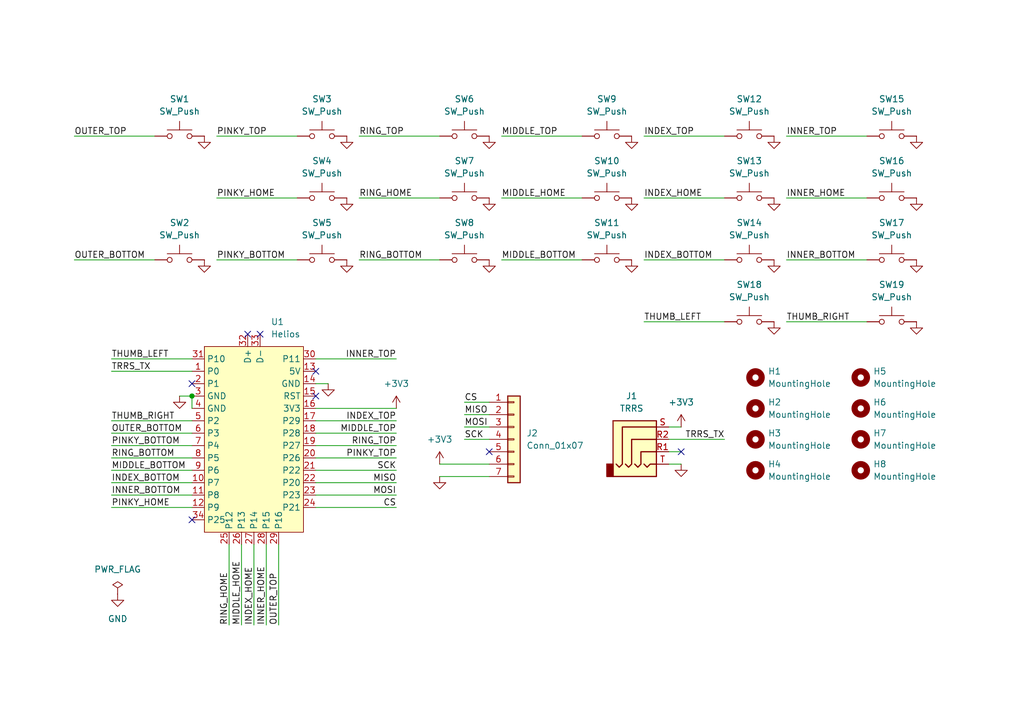
<source format=kicad_sch>
(kicad_sch
	(version 20231120)
	(generator "eeschema")
	(generator_version "8.0")
	(uuid "e7c40a3b-ef03-4bc7-8d7b-055df278dc7f")
	(paper "A5")
	(title_block
		(title "Kivipallur right hand")
	)
	(lib_symbols
		(symbol "Connector_Audio:AudioJack4"
			(exclude_from_sim no)
			(in_bom yes)
			(on_board yes)
			(property "Reference" "J"
				(at 0 8.89 0)
				(effects
					(font
						(size 1.27 1.27)
					)
				)
			)
			(property "Value" "AudioJack4"
				(at 0 6.35 0)
				(effects
					(font
						(size 1.27 1.27)
					)
				)
			)
			(property "Footprint" ""
				(at 0 0 0)
				(effects
					(font
						(size 1.27 1.27)
					)
					(hide yes)
				)
			)
			(property "Datasheet" "~"
				(at 0 0 0)
				(effects
					(font
						(size 1.27 1.27)
					)
					(hide yes)
				)
			)
			(property "Description" "Audio Jack, 4 Poles (TRRS)"
				(at 0 0 0)
				(effects
					(font
						(size 1.27 1.27)
					)
					(hide yes)
				)
			)
			(property "ki_keywords" "audio jack receptacle stereo headphones TRRS connector"
				(at 0 0 0)
				(effects
					(font
						(size 1.27 1.27)
					)
					(hide yes)
				)
			)
			(property "ki_fp_filters" "Jack*"
				(at 0 0 0)
				(effects
					(font
						(size 1.27 1.27)
					)
					(hide yes)
				)
			)
			(symbol "AudioJack4_0_1"
				(rectangle
					(start -6.35 -5.08)
					(end -7.62 -7.62)
					(stroke
						(width 0.254)
						(type default)
					)
					(fill
						(type outline)
					)
				)
				(polyline
					(pts
						(xy 0 -5.08) (xy 0.635 -5.715) (xy 1.27 -5.08) (xy 2.54 -5.08)
					)
					(stroke
						(width 0.254)
						(type default)
					)
					(fill
						(type none)
					)
				)
				(polyline
					(pts
						(xy -5.715 -5.08) (xy -5.08 -5.715) (xy -4.445 -5.08) (xy -4.445 2.54) (xy 2.54 2.54)
					)
					(stroke
						(width 0.254)
						(type default)
					)
					(fill
						(type none)
					)
				)
				(polyline
					(pts
						(xy -1.905 -5.08) (xy -1.27 -5.715) (xy -0.635 -5.08) (xy -0.635 -2.54) (xy 2.54 -2.54)
					)
					(stroke
						(width 0.254)
						(type default)
					)
					(fill
						(type none)
					)
				)
				(polyline
					(pts
						(xy 2.54 0) (xy -2.54 0) (xy -2.54 -5.08) (xy -3.175 -5.715) (xy -3.81 -5.08)
					)
					(stroke
						(width 0.254)
						(type default)
					)
					(fill
						(type none)
					)
				)
				(rectangle
					(start 2.54 3.81)
					(end -6.35 -7.62)
					(stroke
						(width 0.254)
						(type default)
					)
					(fill
						(type background)
					)
				)
			)
			(symbol "AudioJack4_1_1"
				(pin passive line
					(at 5.08 -2.54 180)
					(length 2.54)
					(name "~"
						(effects
							(font
								(size 1.27 1.27)
							)
						)
					)
					(number "R1"
						(effects
							(font
								(size 1.27 1.27)
							)
						)
					)
				)
				(pin passive line
					(at 5.08 0 180)
					(length 2.54)
					(name "~"
						(effects
							(font
								(size 1.27 1.27)
							)
						)
					)
					(number "R2"
						(effects
							(font
								(size 1.27 1.27)
							)
						)
					)
				)
				(pin passive line
					(at 5.08 2.54 180)
					(length 2.54)
					(name "~"
						(effects
							(font
								(size 1.27 1.27)
							)
						)
					)
					(number "S"
						(effects
							(font
								(size 1.27 1.27)
							)
						)
					)
				)
				(pin passive line
					(at 5.08 -5.08 180)
					(length 2.54)
					(name "~"
						(effects
							(font
								(size 1.27 1.27)
							)
						)
					)
					(number "T"
						(effects
							(font
								(size 1.27 1.27)
							)
						)
					)
				)
			)
		)
		(symbol "Connector_Generic:Conn_01x07"
			(pin_names
				(offset 1.016) hide)
			(exclude_from_sim no)
			(in_bom yes)
			(on_board yes)
			(property "Reference" "J"
				(at 0 10.16 0)
				(effects
					(font
						(size 1.27 1.27)
					)
				)
			)
			(property "Value" "Conn_01x07"
				(at 0 -10.16 0)
				(effects
					(font
						(size 1.27 1.27)
					)
				)
			)
			(property "Footprint" ""
				(at 0 0 0)
				(effects
					(font
						(size 1.27 1.27)
					)
					(hide yes)
				)
			)
			(property "Datasheet" "~"
				(at 0 0 0)
				(effects
					(font
						(size 1.27 1.27)
					)
					(hide yes)
				)
			)
			(property "Description" "Generic connector, single row, 01x07, script generated (kicad-library-utils/schlib/autogen/connector/)"
				(at 0 0 0)
				(effects
					(font
						(size 1.27 1.27)
					)
					(hide yes)
				)
			)
			(property "ki_keywords" "connector"
				(at 0 0 0)
				(effects
					(font
						(size 1.27 1.27)
					)
					(hide yes)
				)
			)
			(property "ki_fp_filters" "Connector*:*_1x??_*"
				(at 0 0 0)
				(effects
					(font
						(size 1.27 1.27)
					)
					(hide yes)
				)
			)
			(symbol "Conn_01x07_1_1"
				(rectangle
					(start -1.27 -7.493)
					(end 0 -7.747)
					(stroke
						(width 0.1524)
						(type default)
					)
					(fill
						(type none)
					)
				)
				(rectangle
					(start -1.27 -4.953)
					(end 0 -5.207)
					(stroke
						(width 0.1524)
						(type default)
					)
					(fill
						(type none)
					)
				)
				(rectangle
					(start -1.27 -2.413)
					(end 0 -2.667)
					(stroke
						(width 0.1524)
						(type default)
					)
					(fill
						(type none)
					)
				)
				(rectangle
					(start -1.27 0.127)
					(end 0 -0.127)
					(stroke
						(width 0.1524)
						(type default)
					)
					(fill
						(type none)
					)
				)
				(rectangle
					(start -1.27 2.667)
					(end 0 2.413)
					(stroke
						(width 0.1524)
						(type default)
					)
					(fill
						(type none)
					)
				)
				(rectangle
					(start -1.27 5.207)
					(end 0 4.953)
					(stroke
						(width 0.1524)
						(type default)
					)
					(fill
						(type none)
					)
				)
				(rectangle
					(start -1.27 7.747)
					(end 0 7.493)
					(stroke
						(width 0.1524)
						(type default)
					)
					(fill
						(type none)
					)
				)
				(rectangle
					(start -1.27 8.89)
					(end 1.27 -8.89)
					(stroke
						(width 0.254)
						(type default)
					)
					(fill
						(type background)
					)
				)
				(pin passive line
					(at -5.08 7.62 0)
					(length 3.81)
					(name "Pin_1"
						(effects
							(font
								(size 1.27 1.27)
							)
						)
					)
					(number "1"
						(effects
							(font
								(size 1.27 1.27)
							)
						)
					)
				)
				(pin passive line
					(at -5.08 5.08 0)
					(length 3.81)
					(name "Pin_2"
						(effects
							(font
								(size 1.27 1.27)
							)
						)
					)
					(number "2"
						(effects
							(font
								(size 1.27 1.27)
							)
						)
					)
				)
				(pin passive line
					(at -5.08 2.54 0)
					(length 3.81)
					(name "Pin_3"
						(effects
							(font
								(size 1.27 1.27)
							)
						)
					)
					(number "3"
						(effects
							(font
								(size 1.27 1.27)
							)
						)
					)
				)
				(pin passive line
					(at -5.08 0 0)
					(length 3.81)
					(name "Pin_4"
						(effects
							(font
								(size 1.27 1.27)
							)
						)
					)
					(number "4"
						(effects
							(font
								(size 1.27 1.27)
							)
						)
					)
				)
				(pin passive line
					(at -5.08 -2.54 0)
					(length 3.81)
					(name "Pin_5"
						(effects
							(font
								(size 1.27 1.27)
							)
						)
					)
					(number "5"
						(effects
							(font
								(size 1.27 1.27)
							)
						)
					)
				)
				(pin passive line
					(at -5.08 -5.08 0)
					(length 3.81)
					(name "Pin_6"
						(effects
							(font
								(size 1.27 1.27)
							)
						)
					)
					(number "6"
						(effects
							(font
								(size 1.27 1.27)
							)
						)
					)
				)
				(pin passive line
					(at -5.08 -7.62 0)
					(length 3.81)
					(name "Pin_7"
						(effects
							(font
								(size 1.27 1.27)
							)
						)
					)
					(number "7"
						(effects
							(font
								(size 1.27 1.27)
							)
						)
					)
				)
			)
		)
		(symbol "Mechanical:MountingHole"
			(pin_names
				(offset 1.016)
			)
			(exclude_from_sim yes)
			(in_bom no)
			(on_board yes)
			(property "Reference" "H"
				(at 0 5.08 0)
				(effects
					(font
						(size 1.27 1.27)
					)
				)
			)
			(property "Value" "MountingHole"
				(at 0 3.175 0)
				(effects
					(font
						(size 1.27 1.27)
					)
				)
			)
			(property "Footprint" ""
				(at 0 0 0)
				(effects
					(font
						(size 1.27 1.27)
					)
					(hide yes)
				)
			)
			(property "Datasheet" "~"
				(at 0 0 0)
				(effects
					(font
						(size 1.27 1.27)
					)
					(hide yes)
				)
			)
			(property "Description" "Mounting Hole without connection"
				(at 0 0 0)
				(effects
					(font
						(size 1.27 1.27)
					)
					(hide yes)
				)
			)
			(property "ki_keywords" "mounting hole"
				(at 0 0 0)
				(effects
					(font
						(size 1.27 1.27)
					)
					(hide yes)
				)
			)
			(property "ki_fp_filters" "MountingHole*"
				(at 0 0 0)
				(effects
					(font
						(size 1.27 1.27)
					)
					(hide yes)
				)
			)
			(symbol "MountingHole_0_1"
				(circle
					(center 0 0)
					(radius 1.27)
					(stroke
						(width 1.27)
						(type default)
					)
					(fill
						(type none)
					)
				)
			)
		)
		(symbol "PCM_marbastlib-promicroish:Helios"
			(exclude_from_sim no)
			(in_bom no)
			(on_board yes)
			(property "Reference" "U1"
				(at 3.4641 24.13 0)
				(effects
					(font
						(size 1.27 1.27)
					)
					(justify left)
				)
			)
			(property "Value" "Helios"
				(at 3.4641 21.59 0)
				(effects
					(font
						(size 1.27 1.27)
					)
					(justify left)
				)
			)
			(property "Footprint" "PCM_marbastlib-xp-promicroish:Helios_AC"
				(at 0 -24.13 0)
				(effects
					(font
						(size 1.27 1.27)
					)
					(hide yes)
				)
			)
			(property "Datasheet" "https://github.com/0xCB-dev/0xCB-Helios"
				(at 0 -26.67 0)
				(effects
					(font
						(size 1.27 1.27)
					)
					(hide yes)
				)
			)
			(property "Description" "Symbol for an 0xCB Helios"
				(at 0 0 0)
				(effects
					(font
						(size 1.27 1.27)
					)
					(hide yes)
				)
			)
			(property "ki_keywords" "https://github.com/0xCB-dev/0xCB-Helios"
				(at 0 0 0)
				(effects
					(font
						(size 1.27 1.27)
					)
					(hide yes)
				)
			)
			(symbol "Helios_0_0"
				(pin bidirectional line
					(at -12.7 13.97 0)
					(length 2.54)
					(name "P0"
						(effects
							(font
								(size 1.27 1.27)
							)
						)
					)
					(number "1"
						(effects
							(font
								(size 1.27 1.27)
							)
						)
					)
				)
				(pin bidirectional line
					(at -12.7 -8.89 0)
					(length 2.54)
					(name "P7"
						(effects
							(font
								(size 1.27 1.27)
							)
						)
					)
					(number "10"
						(effects
							(font
								(size 1.27 1.27)
							)
						)
					)
				)
				(pin bidirectional line
					(at -12.7 -11.43 0)
					(length 2.54)
					(name "P8"
						(effects
							(font
								(size 1.27 1.27)
							)
						)
					)
					(number "11"
						(effects
							(font
								(size 1.27 1.27)
							)
						)
					)
				)
				(pin bidirectional line
					(at -12.7 -13.97 0)
					(length 2.54)
					(name "P9"
						(effects
							(font
								(size 1.27 1.27)
							)
						)
					)
					(number "12"
						(effects
							(font
								(size 1.27 1.27)
							)
						)
					)
				)
				(pin bidirectional line
					(at 12.7 3.81 180)
					(length 2.54)
					(name "P29"
						(effects
							(font
								(size 1.27 1.27)
							)
						)
					)
					(number "17"
						(effects
							(font
								(size 1.27 1.27)
							)
						)
					)
				)
				(pin bidirectional line
					(at 12.7 1.27 180)
					(length 2.54)
					(name "P28"
						(effects
							(font
								(size 1.27 1.27)
							)
						)
					)
					(number "18"
						(effects
							(font
								(size 1.27 1.27)
							)
						)
					)
				)
				(pin bidirectional line
					(at 12.7 -1.27 180)
					(length 2.54)
					(name "P27"
						(effects
							(font
								(size 1.27 1.27)
							)
						)
					)
					(number "19"
						(effects
							(font
								(size 1.27 1.27)
							)
						)
					)
				)
				(pin bidirectional line
					(at -12.7 11.43 0)
					(length 2.54)
					(name "P1"
						(effects
							(font
								(size 1.27 1.27)
							)
						)
					)
					(number "2"
						(effects
							(font
								(size 1.27 1.27)
							)
						)
					)
				)
				(pin bidirectional line
					(at 12.7 -3.81 180)
					(length 2.54)
					(name "P26"
						(effects
							(font
								(size 1.27 1.27)
							)
						)
					)
					(number "20"
						(effects
							(font
								(size 1.27 1.27)
							)
						)
					)
				)
				(pin bidirectional line
					(at 12.7 -6.35 180)
					(length 2.54)
					(name "P22"
						(effects
							(font
								(size 1.27 1.27)
							)
						)
					)
					(number "21"
						(effects
							(font
								(size 1.27 1.27)
							)
						)
					)
				)
				(pin bidirectional line
					(at 12.7 -8.89 180)
					(length 2.54)
					(name "P20"
						(effects
							(font
								(size 1.27 1.27)
							)
						)
					)
					(number "22"
						(effects
							(font
								(size 1.27 1.27)
							)
						)
					)
				)
				(pin bidirectional line
					(at 12.7 -11.43 180)
					(length 2.54)
					(name "P23"
						(effects
							(font
								(size 1.27 1.27)
							)
						)
					)
					(number "23"
						(effects
							(font
								(size 1.27 1.27)
							)
						)
					)
				)
				(pin bidirectional line
					(at 12.7 -13.97 180)
					(length 2.54)
					(name "P21"
						(effects
							(font
								(size 1.27 1.27)
							)
						)
					)
					(number "24"
						(effects
							(font
								(size 1.27 1.27)
							)
						)
					)
				)
				(pin bidirectional line
					(at -12.7 3.81 0)
					(length 2.54)
					(name "P2"
						(effects
							(font
								(size 1.27 1.27)
							)
						)
					)
					(number "5"
						(effects
							(font
								(size 1.27 1.27)
							)
						)
					)
				)
				(pin bidirectional line
					(at -12.7 1.27 0)
					(length 2.54)
					(name "P3"
						(effects
							(font
								(size 1.27 1.27)
							)
						)
					)
					(number "6"
						(effects
							(font
								(size 1.27 1.27)
							)
						)
					)
				)
				(pin bidirectional line
					(at -12.7 -1.27 0)
					(length 2.54)
					(name "P4"
						(effects
							(font
								(size 1.27 1.27)
							)
						)
					)
					(number "7"
						(effects
							(font
								(size 1.27 1.27)
							)
						)
					)
				)
				(pin bidirectional line
					(at -12.7 -3.81 0)
					(length 2.54)
					(name "P5"
						(effects
							(font
								(size 1.27 1.27)
							)
						)
					)
					(number "8"
						(effects
							(font
								(size 1.27 1.27)
							)
						)
					)
				)
				(pin bidirectional line
					(at -12.7 -6.35 0)
					(length 2.54)
					(name "P6"
						(effects
							(font
								(size 1.27 1.27)
							)
						)
					)
					(number "9"
						(effects
							(font
								(size 1.27 1.27)
							)
						)
					)
				)
			)
			(symbol "Helios_1_0"
				(pin power_out line
					(at 12.7 13.97 180)
					(length 2.54)
					(name "5V"
						(effects
							(font
								(size 1.27 1.27)
							)
						)
					)
					(number "13"
						(effects
							(font
								(size 1.27 1.27)
							)
						)
					)
				)
				(pin power_in line
					(at 12.7 11.43 180)
					(length 2.54)
					(name "GND"
						(effects
							(font
								(size 1.27 1.27)
							)
						)
					)
					(number "14"
						(effects
							(font
								(size 1.27 1.27)
							)
						)
					)
				)
				(pin input line
					(at 12.7 8.89 180)
					(length 2.54)
					(name "RST"
						(effects
							(font
								(size 1.27 1.27)
							)
						)
					)
					(number "15"
						(effects
							(font
								(size 1.27 1.27)
							)
						)
					)
				)
				(pin power_out line
					(at 12.7 6.35 180)
					(length 2.54)
					(name "3V3"
						(effects
							(font
								(size 1.27 1.27)
							)
						)
					)
					(number "16"
						(effects
							(font
								(size 1.27 1.27)
							)
						)
					)
				)
				(pin bidirectional line
					(at -5.08 -21.59 90)
					(length 2.54)
					(name "P12"
						(effects
							(font
								(size 1.27 1.27)
							)
						)
					)
					(number "25"
						(effects
							(font
								(size 1.27 1.27)
							)
						)
					)
				)
				(pin bidirectional line
					(at -2.54 -21.59 90)
					(length 2.54)
					(name "P13"
						(effects
							(font
								(size 1.27 1.27)
							)
						)
					)
					(number "26"
						(effects
							(font
								(size 1.27 1.27)
							)
						)
					)
				)
				(pin bidirectional line
					(at 0 -21.59 90)
					(length 2.54)
					(name "P14"
						(effects
							(font
								(size 1.27 1.27)
							)
						)
					)
					(number "27"
						(effects
							(font
								(size 1.27 1.27)
							)
						)
					)
				)
				(pin bidirectional line
					(at 2.54 -21.59 90)
					(length 2.54)
					(name "P15"
						(effects
							(font
								(size 1.27 1.27)
							)
						)
					)
					(number "28"
						(effects
							(font
								(size 1.27 1.27)
							)
						)
					)
				)
				(pin bidirectional line
					(at 5.08 -21.59 90)
					(length 2.54)
					(name "P16"
						(effects
							(font
								(size 1.27 1.27)
							)
						)
					)
					(number "29"
						(effects
							(font
								(size 1.27 1.27)
							)
						)
					)
				)
				(pin power_in line
					(at -12.7 8.89 0)
					(length 2.54)
					(name "GND"
						(effects
							(font
								(size 1.27 1.27)
							)
						)
					)
					(number "3"
						(effects
							(font
								(size 1.27 1.27)
							)
						)
					)
				)
				(pin bidirectional line
					(at 12.7 16.51 180)
					(length 2.54)
					(name "P11"
						(effects
							(font
								(size 1.27 1.27)
							)
						)
					)
					(number "30"
						(effects
							(font
								(size 1.27 1.27)
							)
						)
					)
				)
				(pin bidirectional line
					(at -12.7 16.51 0)
					(length 2.54)
					(name "P10"
						(effects
							(font
								(size 1.27 1.27)
							)
						)
					)
					(number "31"
						(effects
							(font
								(size 1.27 1.27)
							)
						)
					)
				)
				(pin bidirectional line
					(at -1.27 21.59 270)
					(length 2.54)
					(name "D+"
						(effects
							(font
								(size 1.27 1.27)
							)
						)
					)
					(number "32"
						(effects
							(font
								(size 1.27 1.27)
							)
						)
					)
				)
				(pin bidirectional line
					(at 1.27 21.59 270)
					(length 2.54)
					(name "D-"
						(effects
							(font
								(size 1.27 1.27)
							)
						)
					)
					(number "33"
						(effects
							(font
								(size 1.27 1.27)
							)
						)
					)
				)
				(pin bidirectional line
					(at -12.7 -16.51 0)
					(length 2.54)
					(name "P25"
						(effects
							(font
								(size 1.27 1.27)
							)
						)
					)
					(number "34"
						(effects
							(font
								(size 1.27 1.27)
							)
						)
					)
				)
				(pin power_in line
					(at -12.7 6.35 0)
					(length 2.54)
					(name "GND"
						(effects
							(font
								(size 1.27 1.27)
							)
						)
					)
					(number "4"
						(effects
							(font
								(size 1.27 1.27)
							)
						)
					)
				)
			)
			(symbol "Helios_1_1"
				(rectangle
					(start -10.16 19.05)
					(end 10.16 -19.05)
					(stroke
						(width 0)
						(type default)
					)
					(fill
						(type background)
					)
				)
			)
		)
		(symbol "Switch:SW_Push"
			(pin_numbers hide)
			(pin_names
				(offset 1.016) hide)
			(exclude_from_sim no)
			(in_bom yes)
			(on_board yes)
			(property "Reference" "SW"
				(at 1.27 2.54 0)
				(effects
					(font
						(size 1.27 1.27)
					)
					(justify left)
				)
			)
			(property "Value" "SW_Push"
				(at 0 -1.524 0)
				(effects
					(font
						(size 1.27 1.27)
					)
				)
			)
			(property "Footprint" ""
				(at 0 5.08 0)
				(effects
					(font
						(size 1.27 1.27)
					)
					(hide yes)
				)
			)
			(property "Datasheet" "~"
				(at 0 5.08 0)
				(effects
					(font
						(size 1.27 1.27)
					)
					(hide yes)
				)
			)
			(property "Description" "Push button switch, generic, two pins"
				(at 0 0 0)
				(effects
					(font
						(size 1.27 1.27)
					)
					(hide yes)
				)
			)
			(property "ki_keywords" "switch normally-open pushbutton push-button"
				(at 0 0 0)
				(effects
					(font
						(size 1.27 1.27)
					)
					(hide yes)
				)
			)
			(symbol "SW_Push_0_1"
				(circle
					(center -2.032 0)
					(radius 0.508)
					(stroke
						(width 0)
						(type default)
					)
					(fill
						(type none)
					)
				)
				(polyline
					(pts
						(xy 0 1.27) (xy 0 3.048)
					)
					(stroke
						(width 0)
						(type default)
					)
					(fill
						(type none)
					)
				)
				(polyline
					(pts
						(xy 2.54 1.27) (xy -2.54 1.27)
					)
					(stroke
						(width 0)
						(type default)
					)
					(fill
						(type none)
					)
				)
				(circle
					(center 2.032 0)
					(radius 0.508)
					(stroke
						(width 0)
						(type default)
					)
					(fill
						(type none)
					)
				)
				(pin passive line
					(at -5.08 0 0)
					(length 2.54)
					(name "1"
						(effects
							(font
								(size 1.27 1.27)
							)
						)
					)
					(number "1"
						(effects
							(font
								(size 1.27 1.27)
							)
						)
					)
				)
				(pin passive line
					(at 5.08 0 180)
					(length 2.54)
					(name "2"
						(effects
							(font
								(size 1.27 1.27)
							)
						)
					)
					(number "2"
						(effects
							(font
								(size 1.27 1.27)
							)
						)
					)
				)
			)
		)
		(symbol "power:+3V3"
			(power)
			(pin_numbers hide)
			(pin_names
				(offset 0) hide)
			(exclude_from_sim no)
			(in_bom yes)
			(on_board yes)
			(property "Reference" "#PWR"
				(at 0 -3.81 0)
				(effects
					(font
						(size 1.27 1.27)
					)
					(hide yes)
				)
			)
			(property "Value" "+3V3"
				(at 0 3.556 0)
				(effects
					(font
						(size 1.27 1.27)
					)
				)
			)
			(property "Footprint" ""
				(at 0 0 0)
				(effects
					(font
						(size 1.27 1.27)
					)
					(hide yes)
				)
			)
			(property "Datasheet" ""
				(at 0 0 0)
				(effects
					(font
						(size 1.27 1.27)
					)
					(hide yes)
				)
			)
			(property "Description" "Power symbol creates a global label with name \"+3V3\""
				(at 0 0 0)
				(effects
					(font
						(size 1.27 1.27)
					)
					(hide yes)
				)
			)
			(property "ki_keywords" "global power"
				(at 0 0 0)
				(effects
					(font
						(size 1.27 1.27)
					)
					(hide yes)
				)
			)
			(symbol "+3V3_0_1"
				(polyline
					(pts
						(xy -0.762 1.27) (xy 0 2.54)
					)
					(stroke
						(width 0)
						(type default)
					)
					(fill
						(type none)
					)
				)
				(polyline
					(pts
						(xy 0 0) (xy 0 2.54)
					)
					(stroke
						(width 0)
						(type default)
					)
					(fill
						(type none)
					)
				)
				(polyline
					(pts
						(xy 0 2.54) (xy 0.762 1.27)
					)
					(stroke
						(width 0)
						(type default)
					)
					(fill
						(type none)
					)
				)
			)
			(symbol "+3V3_1_1"
				(pin power_in line
					(at 0 0 90)
					(length 0)
					(name "~"
						(effects
							(font
								(size 1.27 1.27)
							)
						)
					)
					(number "1"
						(effects
							(font
								(size 1.27 1.27)
							)
						)
					)
				)
			)
		)
		(symbol "power:GND"
			(power)
			(pin_numbers hide)
			(pin_names
				(offset 0) hide)
			(exclude_from_sim no)
			(in_bom yes)
			(on_board yes)
			(property "Reference" "#PWR"
				(at 0 -6.35 0)
				(effects
					(font
						(size 1.27 1.27)
					)
					(hide yes)
				)
			)
			(property "Value" "GND"
				(at 0 -3.81 0)
				(effects
					(font
						(size 1.27 1.27)
					)
				)
			)
			(property "Footprint" ""
				(at 0 0 0)
				(effects
					(font
						(size 1.27 1.27)
					)
					(hide yes)
				)
			)
			(property "Datasheet" ""
				(at 0 0 0)
				(effects
					(font
						(size 1.27 1.27)
					)
					(hide yes)
				)
			)
			(property "Description" "Power symbol creates a global label with name \"GND\" , ground"
				(at 0 0 0)
				(effects
					(font
						(size 1.27 1.27)
					)
					(hide yes)
				)
			)
			(property "ki_keywords" "global power"
				(at 0 0 0)
				(effects
					(font
						(size 1.27 1.27)
					)
					(hide yes)
				)
			)
			(symbol "GND_0_1"
				(polyline
					(pts
						(xy 0 0) (xy 0 -1.27) (xy 1.27 -1.27) (xy 0 -2.54) (xy -1.27 -1.27) (xy 0 -1.27)
					)
					(stroke
						(width 0)
						(type default)
					)
					(fill
						(type none)
					)
				)
			)
			(symbol "GND_1_1"
				(pin power_in line
					(at 0 0 270)
					(length 0)
					(name "~"
						(effects
							(font
								(size 1.27 1.27)
							)
						)
					)
					(number "1"
						(effects
							(font
								(size 1.27 1.27)
							)
						)
					)
				)
			)
		)
		(symbol "power:PWR_FLAG"
			(power)
			(pin_numbers hide)
			(pin_names
				(offset 0) hide)
			(exclude_from_sim no)
			(in_bom yes)
			(on_board yes)
			(property "Reference" "#FLG"
				(at 0 1.905 0)
				(effects
					(font
						(size 1.27 1.27)
					)
					(hide yes)
				)
			)
			(property "Value" "PWR_FLAG"
				(at 0 3.81 0)
				(effects
					(font
						(size 1.27 1.27)
					)
				)
			)
			(property "Footprint" ""
				(at 0 0 0)
				(effects
					(font
						(size 1.27 1.27)
					)
					(hide yes)
				)
			)
			(property "Datasheet" "~"
				(at 0 0 0)
				(effects
					(font
						(size 1.27 1.27)
					)
					(hide yes)
				)
			)
			(property "Description" "Special symbol for telling ERC where power comes from"
				(at 0 0 0)
				(effects
					(font
						(size 1.27 1.27)
					)
					(hide yes)
				)
			)
			(property "ki_keywords" "flag power"
				(at 0 0 0)
				(effects
					(font
						(size 1.27 1.27)
					)
					(hide yes)
				)
			)
			(symbol "PWR_FLAG_0_0"
				(pin power_out line
					(at 0 0 90)
					(length 0)
					(name "~"
						(effects
							(font
								(size 1.27 1.27)
							)
						)
					)
					(number "1"
						(effects
							(font
								(size 1.27 1.27)
							)
						)
					)
				)
			)
			(symbol "PWR_FLAG_0_1"
				(polyline
					(pts
						(xy 0 0) (xy 0 1.27) (xy -1.016 1.905) (xy 0 2.54) (xy 1.016 1.905) (xy 0 1.27)
					)
					(stroke
						(width 0)
						(type default)
					)
					(fill
						(type none)
					)
				)
			)
		)
	)
	(junction
		(at 39.37 81.28)
		(diameter 0)
		(color 0 0 0 0)
		(uuid "f1121e84-4418-40c0-a3a4-0eb1d05aa84e")
	)
	(no_connect
		(at 64.77 81.28)
		(uuid "36fac74c-1f0a-4f65-a3dd-090be5b8b302")
	)
	(no_connect
		(at 64.77 76.2)
		(uuid "5df64986-1722-4192-9c35-fff92682bcdb")
	)
	(no_connect
		(at 139.7 92.71)
		(uuid "69d0919a-269d-4938-b397-7d7c0bb02d6b")
	)
	(no_connect
		(at 39.37 106.68)
		(uuid "7d19c71e-dd93-49e5-8ec4-12750fe19556")
	)
	(no_connect
		(at 39.37 78.74)
		(uuid "81e4ce5c-9ae7-404d-a70c-308b3ed1dbcf")
	)
	(no_connect
		(at 50.8 68.58)
		(uuid "913b5adb-3ad7-4132-a740-6f01edb0115a")
	)
	(no_connect
		(at 53.34 68.58)
		(uuid "c7052855-ca86-45fa-971c-1e931f8f5ced")
	)
	(no_connect
		(at 100.33 92.71)
		(uuid "cb8b4034-5106-4874-a2aa-2ae45b1f167f")
	)
	(wire
		(pts
			(xy 64.77 83.82) (xy 81.28 83.82)
		)
		(stroke
			(width 0)
			(type default)
		)
		(uuid "00aacd55-6e44-431c-942f-076f4026ab1b")
	)
	(wire
		(pts
			(xy 22.86 101.6) (xy 39.37 101.6)
		)
		(stroke
			(width 0)
			(type default)
		)
		(uuid "02e026a5-9573-4b39-bbf4-79b42df4fc4b")
	)
	(wire
		(pts
			(xy 22.86 104.14) (xy 39.37 104.14)
		)
		(stroke
			(width 0)
			(type default)
		)
		(uuid "038233a3-d0ca-4d6d-a500-49a1afb85de2")
	)
	(wire
		(pts
			(xy 102.87 27.94) (xy 119.38 27.94)
		)
		(stroke
			(width 0)
			(type default)
		)
		(uuid "0dce42dd-16d0-449c-8ad3-9263b2ebab9b")
	)
	(wire
		(pts
			(xy 148.59 90.17) (xy 137.16 90.17)
		)
		(stroke
			(width 0)
			(type default)
		)
		(uuid "0ead626f-82bf-455a-bf7f-483ddcb7a1b2")
	)
	(wire
		(pts
			(xy 64.77 101.6) (xy 81.28 101.6)
		)
		(stroke
			(width 0)
			(type default)
		)
		(uuid "0eba9be3-29d2-4918-bd4f-bfc1863c4e46")
	)
	(wire
		(pts
			(xy 102.87 53.34) (xy 119.38 53.34)
		)
		(stroke
			(width 0)
			(type default)
		)
		(uuid "12292636-2bbf-4e0a-9a1c-c08b72858bb4")
	)
	(wire
		(pts
			(xy 73.66 53.34) (xy 90.17 53.34)
		)
		(stroke
			(width 0)
			(type default)
		)
		(uuid "156d720f-bc71-41c5-837b-46d364afc01e")
	)
	(wire
		(pts
			(xy 102.87 40.64) (xy 119.38 40.64)
		)
		(stroke
			(width 0)
			(type default)
		)
		(uuid "1659567c-4b0c-4b51-af43-0e0257e849ee")
	)
	(wire
		(pts
			(xy 132.08 27.94) (xy 148.59 27.94)
		)
		(stroke
			(width 0)
			(type default)
		)
		(uuid "174fe746-b9be-451e-a212-786306cd641e")
	)
	(wire
		(pts
			(xy 44.45 53.34) (xy 60.96 53.34)
		)
		(stroke
			(width 0)
			(type default)
		)
		(uuid "1f3d8a0d-d071-4585-b529-1baf6dfd18f4")
	)
	(wire
		(pts
			(xy 81.28 73.66) (xy 64.77 73.66)
		)
		(stroke
			(width 0)
			(type default)
		)
		(uuid "26d521b3-90a3-4917-bf99-3f13a4e92e04")
	)
	(wire
		(pts
			(xy 22.86 76.2) (xy 39.37 76.2)
		)
		(stroke
			(width 0)
			(type default)
		)
		(uuid "2cb3f4c4-5c02-4ef1-9724-35aa4eb9e5cc")
	)
	(wire
		(pts
			(xy 54.61 111.76) (xy 54.61 128.27)
		)
		(stroke
			(width 0)
			(type default)
		)
		(uuid "2f46bb9b-989b-4f1c-9b2b-0e3c2d5da9bf")
	)
	(wire
		(pts
			(xy 22.86 96.52) (xy 39.37 96.52)
		)
		(stroke
			(width 0)
			(type default)
		)
		(uuid "39ff412c-66ac-4e23-a700-55c65ef3ba7f")
	)
	(wire
		(pts
			(xy 57.15 111.76) (xy 57.15 128.27)
		)
		(stroke
			(width 0)
			(type default)
		)
		(uuid "3bb34535-431a-48b9-b710-6f5846736946")
	)
	(wire
		(pts
			(xy 44.45 40.64) (xy 60.96 40.64)
		)
		(stroke
			(width 0)
			(type default)
		)
		(uuid "3fa48349-a447-476e-b932-23d525730797")
	)
	(wire
		(pts
			(xy 139.7 92.71) (xy 137.16 92.71)
		)
		(stroke
			(width 0)
			(type default)
		)
		(uuid "41f11059-59f6-46eb-8545-fd69dc3dc59d")
	)
	(wire
		(pts
			(xy 49.53 111.76) (xy 49.53 128.27)
		)
		(stroke
			(width 0)
			(type default)
		)
		(uuid "494e80ad-4820-4800-bb11-4e00ad14ee1b")
	)
	(wire
		(pts
			(xy 64.77 91.44) (xy 81.28 91.44)
		)
		(stroke
			(width 0)
			(type default)
		)
		(uuid "49d204b4-a1f3-465a-acb3-dce68a7a8df4")
	)
	(wire
		(pts
			(xy 15.24 27.94) (xy 31.75 27.94)
		)
		(stroke
			(width 0)
			(type default)
		)
		(uuid "4a20ddd9-5b61-4557-8ce1-0041efd432fc")
	)
	(wire
		(pts
			(xy 22.86 88.9) (xy 39.37 88.9)
		)
		(stroke
			(width 0)
			(type default)
		)
		(uuid "4cbc2f0b-f1f8-4447-83f5-a9d15c16739e")
	)
	(wire
		(pts
			(xy 22.86 99.06) (xy 39.37 99.06)
		)
		(stroke
			(width 0)
			(type default)
		)
		(uuid "5150328b-be6c-46e2-a860-67e538735dec")
	)
	(wire
		(pts
			(xy 64.77 96.52) (xy 81.28 96.52)
		)
		(stroke
			(width 0)
			(type default)
		)
		(uuid "52af8a5d-c13f-4447-bb20-cce707fd1b53")
	)
	(wire
		(pts
			(xy 46.99 111.76) (xy 46.99 128.27)
		)
		(stroke
			(width 0)
			(type default)
		)
		(uuid "60f987ea-f5e7-4631-8300-8f7508e6520a")
	)
	(wire
		(pts
			(xy 90.17 95.25) (xy 100.33 95.25)
		)
		(stroke
			(width 0)
			(type default)
		)
		(uuid "695de4fa-b071-4c53-a344-21ae1573c95f")
	)
	(wire
		(pts
			(xy 132.08 53.34) (xy 148.59 53.34)
		)
		(stroke
			(width 0)
			(type default)
		)
		(uuid "6a8368df-da56-4760-b002-21bacc41348f")
	)
	(wire
		(pts
			(xy 100.33 90.17) (xy 95.25 90.17)
		)
		(stroke
			(width 0)
			(type default)
		)
		(uuid "6b97cd75-99b6-46ae-8bed-de0a228a3d5c")
	)
	(wire
		(pts
			(xy 39.37 81.28) (xy 39.37 83.82)
		)
		(stroke
			(width 0)
			(type default)
		)
		(uuid "6cbe98da-a9ae-4ab3-a37f-0d1247dfa226")
	)
	(wire
		(pts
			(xy 64.77 88.9) (xy 81.28 88.9)
		)
		(stroke
			(width 0)
			(type default)
		)
		(uuid "720a9b97-dce0-4fc8-a040-299f54f90e35")
	)
	(wire
		(pts
			(xy 161.29 27.94) (xy 177.8 27.94)
		)
		(stroke
			(width 0)
			(type default)
		)
		(uuid "877b23df-3d8c-4640-9e3d-49dca206abf0")
	)
	(wire
		(pts
			(xy 73.66 27.94) (xy 90.17 27.94)
		)
		(stroke
			(width 0)
			(type default)
		)
		(uuid "8c84ab20-6c63-468a-992f-025119329cbe")
	)
	(wire
		(pts
			(xy 22.86 93.98) (xy 39.37 93.98)
		)
		(stroke
			(width 0)
			(type default)
		)
		(uuid "8cf7f793-3913-480f-933f-ebd638f5c9e6")
	)
	(wire
		(pts
			(xy 64.77 93.98) (xy 81.28 93.98)
		)
		(stroke
			(width 0)
			(type default)
		)
		(uuid "95f4d33a-e305-4c94-a3e8-3a921a953dca")
	)
	(wire
		(pts
			(xy 64.77 78.74) (xy 67.31 78.74)
		)
		(stroke
			(width 0)
			(type default)
		)
		(uuid "a0125f8b-5443-4924-9d40-568a235f7a3f")
	)
	(wire
		(pts
			(xy 100.33 82.55) (xy 95.25 82.55)
		)
		(stroke
			(width 0)
			(type default)
		)
		(uuid "a588e498-6d5b-43a2-be4c-0f9f91cb3eb6")
	)
	(wire
		(pts
			(xy 52.07 111.76) (xy 52.07 128.27)
		)
		(stroke
			(width 0)
			(type default)
		)
		(uuid "a8013c89-7be1-497c-96ed-be15e8a40b62")
	)
	(wire
		(pts
			(xy 100.33 85.09) (xy 95.25 85.09)
		)
		(stroke
			(width 0)
			(type default)
		)
		(uuid "b0ec8796-55a7-4494-9363-b6b5041f04c8")
	)
	(wire
		(pts
			(xy 15.24 53.34) (xy 31.75 53.34)
		)
		(stroke
			(width 0)
			(type default)
		)
		(uuid "b41b2d39-98b9-42cd-91bc-9fa28bfa7dde")
	)
	(wire
		(pts
			(xy 64.77 104.14) (xy 81.28 104.14)
		)
		(stroke
			(width 0)
			(type default)
		)
		(uuid "c2c8b668-f359-4744-a82b-5154283a319b")
	)
	(wire
		(pts
			(xy 44.45 27.94) (xy 60.96 27.94)
		)
		(stroke
			(width 0)
			(type default)
		)
		(uuid "c6aef5f7-8a87-4b44-96c0-b214c10717c4")
	)
	(wire
		(pts
			(xy 161.29 40.64) (xy 177.8 40.64)
		)
		(stroke
			(width 0)
			(type default)
		)
		(uuid "c6e31cb3-027a-4401-b945-2bd4aa063959")
	)
	(wire
		(pts
			(xy 139.7 95.25) (xy 137.16 95.25)
		)
		(stroke
			(width 0)
			(type default)
		)
		(uuid "c84f9aad-2a1b-4a2f-99fc-4eb8cb61b727")
	)
	(wire
		(pts
			(xy 100.33 87.63) (xy 95.25 87.63)
		)
		(stroke
			(width 0)
			(type default)
		)
		(uuid "c9aea481-a896-4971-9491-ad92400e7c24")
	)
	(wire
		(pts
			(xy 64.77 99.06) (xy 81.28 99.06)
		)
		(stroke
			(width 0)
			(type default)
		)
		(uuid "caa317a7-da8d-4fae-b1f9-3ceaa0de95ed")
	)
	(wire
		(pts
			(xy 139.7 87.63) (xy 137.16 87.63)
		)
		(stroke
			(width 0)
			(type default)
		)
		(uuid "d16b0e51-d19c-4770-a302-0d0665303930")
	)
	(wire
		(pts
			(xy 73.66 40.64) (xy 90.17 40.64)
		)
		(stroke
			(width 0)
			(type default)
		)
		(uuid "d4b18a9f-8bf6-43b6-b56d-8f4296fe1116")
	)
	(wire
		(pts
			(xy 22.86 73.66) (xy 39.37 73.66)
		)
		(stroke
			(width 0)
			(type default)
		)
		(uuid "d5e8998c-d3cf-4661-ae92-f12866f01aec")
	)
	(wire
		(pts
			(xy 132.08 66.04) (xy 148.59 66.04)
		)
		(stroke
			(width 0)
			(type default)
		)
		(uuid "d956b8da-29c0-4df4-878a-0fc81380f1ba")
	)
	(wire
		(pts
			(xy 64.77 86.36) (xy 81.28 86.36)
		)
		(stroke
			(width 0)
			(type default)
		)
		(uuid "ea604a49-d86d-449b-aadd-600bec0ad07d")
	)
	(wire
		(pts
			(xy 36.83 81.28) (xy 39.37 81.28)
		)
		(stroke
			(width 0)
			(type default)
		)
		(uuid "ec6fc53f-53c0-421b-8918-af728d0a43f6")
	)
	(wire
		(pts
			(xy 22.86 86.36) (xy 39.37 86.36)
		)
		(stroke
			(width 0)
			(type default)
		)
		(uuid "f321e448-2d54-4214-99f4-fe387325a003")
	)
	(wire
		(pts
			(xy 161.29 66.04) (xy 177.8 66.04)
		)
		(stroke
			(width 0)
			(type default)
		)
		(uuid "f37aac13-a925-4bc1-a4ed-2b4398c600e1")
	)
	(wire
		(pts
			(xy 22.86 91.44) (xy 39.37 91.44)
		)
		(stroke
			(width 0)
			(type default)
		)
		(uuid "f712263b-f957-44d1-ae08-eaf90e735b30")
	)
	(wire
		(pts
			(xy 90.17 97.79) (xy 100.33 97.79)
		)
		(stroke
			(width 0)
			(type default)
		)
		(uuid "f79f5017-659d-47dc-b36f-b04ba3122ba6")
	)
	(wire
		(pts
			(xy 132.08 40.64) (xy 148.59 40.64)
		)
		(stroke
			(width 0)
			(type default)
		)
		(uuid "f868f6fb-7aad-4875-b751-a66aadb3bf2e")
	)
	(wire
		(pts
			(xy 161.29 53.34) (xy 177.8 53.34)
		)
		(stroke
			(width 0)
			(type default)
		)
		(uuid "fdfcaf5c-649d-46ae-8956-6fa88ec55bd6")
	)
	(label "THUMB_RIGHT"
		(at 22.86 86.36 0)
		(fields_autoplaced yes)
		(effects
			(font
				(size 1.27 1.27)
			)
			(justify left bottom)
		)
		(uuid "01fb1239-09b6-4558-8a78-057f2de00b5b")
	)
	(label "INDEX_TOP"
		(at 81.28 86.36 180)
		(fields_autoplaced yes)
		(effects
			(font
				(size 1.27 1.27)
			)
			(justify right bottom)
		)
		(uuid "03ca3816-2fd7-4abe-a44f-ec421e067778")
	)
	(label "THUMB_RIGHT"
		(at 161.29 66.04 0)
		(fields_autoplaced yes)
		(effects
			(font
				(size 1.27 1.27)
			)
			(justify left bottom)
		)
		(uuid "0b216571-594f-408a-a8a2-68da09974ba5")
	)
	(label "INNER_BOTTOM"
		(at 161.29 53.34 0)
		(fields_autoplaced yes)
		(effects
			(font
				(size 1.27 1.27)
			)
			(justify left bottom)
		)
		(uuid "0c641439-7791-4743-b269-82387423ed93")
	)
	(label "OUTER_BOTTOM"
		(at 15.24 53.34 0)
		(fields_autoplaced yes)
		(effects
			(font
				(size 1.27 1.27)
			)
			(justify left bottom)
		)
		(uuid "10026d84-cfb9-461f-bf6e-f2c47b79bf51")
	)
	(label "MISO"
		(at 95.25 85.09 0)
		(fields_autoplaced yes)
		(effects
			(font
				(size 1.27 1.27)
			)
			(justify left bottom)
		)
		(uuid "12a10a17-1904-46d9-ab01-f0621f06d41f")
	)
	(label "PINKY_BOTTOM"
		(at 44.45 53.34 0)
		(fields_autoplaced yes)
		(effects
			(font
				(size 1.27 1.27)
			)
			(justify left bottom)
		)
		(uuid "16f3df32-45a1-4eb6-92df-7208111550f6")
	)
	(label "PINKY_HOME"
		(at 22.86 104.14 0)
		(fields_autoplaced yes)
		(effects
			(font
				(size 1.27 1.27)
			)
			(justify left bottom)
		)
		(uuid "1990dc2c-1184-4c73-beb8-0408d50d738d")
	)
	(label "SCK"
		(at 95.25 90.17 0)
		(fields_autoplaced yes)
		(effects
			(font
				(size 1.27 1.27)
			)
			(justify left bottom)
		)
		(uuid "2309b5e7-0525-4c52-bcc2-437a88d9e075")
	)
	(label "MIDDLE_HOME"
		(at 49.53 128.27 90)
		(fields_autoplaced yes)
		(effects
			(font
				(size 1.27 1.27)
			)
			(justify left bottom)
		)
		(uuid "2335a4d8-78b5-4b93-9b99-4697c162b779")
	)
	(label "INNER_TOP"
		(at 81.28 73.66 180)
		(fields_autoplaced yes)
		(effects
			(font
				(size 1.27 1.27)
			)
			(justify right bottom)
		)
		(uuid "241c4a76-8458-4cdb-a72e-4c8a4bd4c98f")
	)
	(label "CS"
		(at 95.25 82.55 0)
		(fields_autoplaced yes)
		(effects
			(font
				(size 1.27 1.27)
			)
			(justify left bottom)
		)
		(uuid "2664477c-1284-46fc-8054-908fc79a9e85")
	)
	(label "TRRS_TX"
		(at 148.59 90.17 180)
		(fields_autoplaced yes)
		(effects
			(font
				(size 1.27 1.27)
			)
			(justify right bottom)
		)
		(uuid "27c61843-3b63-40d8-a140-4cbfa9bbaaad")
	)
	(label "OUTER_TOP"
		(at 57.15 128.27 90)
		(fields_autoplaced yes)
		(effects
			(font
				(size 1.27 1.27)
			)
			(justify left bottom)
		)
		(uuid "28a9e6fb-1554-4fb7-ba4e-e51dfaf755b7")
	)
	(label "PINKY_TOP"
		(at 44.45 27.94 0)
		(fields_autoplaced yes)
		(effects
			(font
				(size 1.27 1.27)
			)
			(justify left bottom)
		)
		(uuid "2b374783-8aa9-4fe3-a693-06e85957d989")
	)
	(label "PINKY_HOME"
		(at 44.45 40.64 0)
		(fields_autoplaced yes)
		(effects
			(font
				(size 1.27 1.27)
			)
			(justify left bottom)
		)
		(uuid "3ac16b95-2fb6-440c-bd4b-6e4faa968020")
	)
	(label "TRRS_TX"
		(at 22.86 76.2 0)
		(fields_autoplaced yes)
		(effects
			(font
				(size 1.27 1.27)
			)
			(justify left bottom)
		)
		(uuid "3e2c1601-4b8b-4cc5-bd6a-85a65f1f83d9")
	)
	(label "RING_BOTTOM"
		(at 22.86 93.98 0)
		(fields_autoplaced yes)
		(effects
			(font
				(size 1.27 1.27)
			)
			(justify left bottom)
		)
		(uuid "3e2df17d-0a2f-4904-bd50-7c1d6e1d9483")
	)
	(label "INNER_HOME"
		(at 54.61 128.27 90)
		(fields_autoplaced yes)
		(effects
			(font
				(size 1.27 1.27)
			)
			(justify left bottom)
		)
		(uuid "56c0b0a3-595c-488a-bf83-b60f0c3aada0")
	)
	(label "INNER_HOME"
		(at 161.29 40.64 0)
		(fields_autoplaced yes)
		(effects
			(font
				(size 1.27 1.27)
			)
			(justify left bottom)
		)
		(uuid "591f83aa-a84a-42a4-b6ac-fd40f315b3dd")
	)
	(label "PINKY_BOTTOM"
		(at 22.86 91.44 0)
		(fields_autoplaced yes)
		(effects
			(font
				(size 1.27 1.27)
			)
			(justify left bottom)
		)
		(uuid "647b3761-c0a9-4d91-9bc7-42c72b81d15d")
	)
	(label "INDEX_HOME"
		(at 52.07 128.27 90)
		(fields_autoplaced yes)
		(effects
			(font
				(size 1.27 1.27)
			)
			(justify left bottom)
		)
		(uuid "64e9e849-ee35-4c46-a69b-c02fd1b8e9ba")
	)
	(label "MIDDLE_TOP"
		(at 81.28 88.9 180)
		(fields_autoplaced yes)
		(effects
			(font
				(size 1.27 1.27)
			)
			(justify right bottom)
		)
		(uuid "7bb6e739-ce73-4384-8a0c-658da4e077b0")
	)
	(label "OUTER_TOP"
		(at 15.24 27.94 0)
		(fields_autoplaced yes)
		(effects
			(font
				(size 1.27 1.27)
			)
			(justify left bottom)
		)
		(uuid "7c5084bc-2441-47c6-b6b7-d7191871d7a9")
	)
	(label "INDEX_TOP"
		(at 132.08 27.94 0)
		(fields_autoplaced yes)
		(effects
			(font
				(size 1.27 1.27)
			)
			(justify left bottom)
		)
		(uuid "7ce4f601-1664-416e-a973-f3227cf18ef6")
	)
	(label "MISO"
		(at 81.28 99.06 180)
		(fields_autoplaced yes)
		(effects
			(font
				(size 1.27 1.27)
			)
			(justify right bottom)
		)
		(uuid "81529c6b-9a5c-4b76-aeb5-0d6407b75ec2")
	)
	(label "OUTER_BOTTOM"
		(at 22.86 88.9 0)
		(fields_autoplaced yes)
		(effects
			(font
				(size 1.27 1.27)
			)
			(justify left bottom)
		)
		(uuid "84d9f73c-d8f3-46e6-98a5-664ca122f331")
	)
	(label "MOSI"
		(at 95.25 87.63 0)
		(fields_autoplaced yes)
		(effects
			(font
				(size 1.27 1.27)
			)
			(justify left bottom)
		)
		(uuid "876d13a7-0ed3-4c12-9d1c-f17eb562af1c")
	)
	(label "MIDDLE_BOTTOM"
		(at 22.86 96.52 0)
		(fields_autoplaced yes)
		(effects
			(font
				(size 1.27 1.27)
			)
			(justify left bottom)
		)
		(uuid "88786567-c7be-4d49-9d7f-d595383dc79a")
	)
	(label "THUMB_LEFT"
		(at 132.08 66.04 0)
		(fields_autoplaced yes)
		(effects
			(font
				(size 1.27 1.27)
			)
			(justify left bottom)
		)
		(uuid "8c8604a0-4122-465c-b6de-07899acf4ef1")
	)
	(label "MOSI"
		(at 81.28 101.6 180)
		(fields_autoplaced yes)
		(effects
			(font
				(size 1.27 1.27)
			)
			(justify right bottom)
		)
		(uuid "8e00e8fb-4564-439c-9f71-6309252dc14f")
	)
	(label "THUMB_LEFT"
		(at 22.86 73.66 0)
		(fields_autoplaced yes)
		(effects
			(font
				(size 1.27 1.27)
			)
			(justify left bottom)
		)
		(uuid "acc75862-2d64-48ee-8472-2e9f3d1d0d56")
	)
	(label "INDEX_HOME"
		(at 132.08 40.64 0)
		(fields_autoplaced yes)
		(effects
			(font
				(size 1.27 1.27)
			)
			(justify left bottom)
		)
		(uuid "ad6e8f30-935d-4903-b517-e5939973f6ea")
	)
	(label "MIDDLE_BOTTOM"
		(at 102.87 53.34 0)
		(fields_autoplaced yes)
		(effects
			(font
				(size 1.27 1.27)
			)
			(justify left bottom)
		)
		(uuid "bf6c4e17-7a6e-4c4f-9599-cbdd1e70b67c")
	)
	(label "INDEX_BOTTOM"
		(at 22.86 99.06 0)
		(fields_autoplaced yes)
		(effects
			(font
				(size 1.27 1.27)
			)
			(justify left bottom)
		)
		(uuid "c55ec644-aa12-42a8-b5fd-61510f878e3c")
	)
	(label "RING_HOME"
		(at 73.66 40.64 0)
		(fields_autoplaced yes)
		(effects
			(font
				(size 1.27 1.27)
			)
			(justify left bottom)
		)
		(uuid "cb0338a6-98d1-4ffa-965a-5bad972e03d8")
	)
	(label "SCK"
		(at 81.28 96.52 180)
		(fields_autoplaced yes)
		(effects
			(font
				(size 1.27 1.27)
			)
			(justify right bottom)
		)
		(uuid "ccdd9b26-98b4-425a-9aec-7bbbff7decd3")
	)
	(label "RING_HOME"
		(at 46.99 128.27 90)
		(fields_autoplaced yes)
		(effects
			(font
				(size 1.27 1.27)
			)
			(justify left bottom)
		)
		(uuid "cd20351d-f918-4bd0-a5f0-850fa2704ae0")
	)
	(label "CS"
		(at 81.28 104.14 180)
		(fields_autoplaced yes)
		(effects
			(font
				(size 1.27 1.27)
			)
			(justify right bottom)
		)
		(uuid "cd816ad4-2916-4599-ab6d-132dbd2360a8")
	)
	(label "RING_BOTTOM"
		(at 73.66 53.34 0)
		(fields_autoplaced yes)
		(effects
			(font
				(size 1.27 1.27)
			)
			(justify left bottom)
		)
		(uuid "d08a6ec5-0811-451f-ab45-a10ce35611ff")
	)
	(label "INNER_TOP"
		(at 161.29 27.94 0)
		(fields_autoplaced yes)
		(effects
			(font
				(size 1.27 1.27)
			)
			(justify left bottom)
		)
		(uuid "da7a6e78-8f37-45cb-9d68-0a03fae4a4b4")
	)
	(label "MIDDLE_TOP"
		(at 102.87 27.94 0)
		(fields_autoplaced yes)
		(effects
			(font
				(size 1.27 1.27)
			)
			(justify left bottom)
		)
		(uuid "da893206-54b9-48ea-8215-3b60b293a10d")
	)
	(label "RING_TOP"
		(at 81.28 91.44 180)
		(fields_autoplaced yes)
		(effects
			(font
				(size 1.27 1.27)
			)
			(justify right bottom)
		)
		(uuid "dc6e97cc-1a1e-4f19-ab99-1ad6a73b2461")
	)
	(label "PINKY_TOP"
		(at 81.28 93.98 180)
		(fields_autoplaced yes)
		(effects
			(font
				(size 1.27 1.27)
			)
			(justify right bottom)
		)
		(uuid "e3140b05-7bcc-41d8-8690-98e05d311bbb")
	)
	(label "INNER_BOTTOM"
		(at 22.86 101.6 0)
		(fields_autoplaced yes)
		(effects
			(font
				(size 1.27 1.27)
			)
			(justify left bottom)
		)
		(uuid "e36873ae-1f6d-46e2-ad47-bbdf88f1165a")
	)
	(label "RING_TOP"
		(at 73.66 27.94 0)
		(fields_autoplaced yes)
		(effects
			(font
				(size 1.27 1.27)
			)
			(justify left bottom)
		)
		(uuid "f119f137-474f-466c-9066-303b3b824c3e")
	)
	(label "INDEX_BOTTOM"
		(at 132.08 53.34 0)
		(fields_autoplaced yes)
		(effects
			(font
				(size 1.27 1.27)
			)
			(justify left bottom)
		)
		(uuid "f2c715fd-577e-4c8c-986e-98d203af816c")
	)
	(label "MIDDLE_HOME"
		(at 102.87 40.64 0)
		(fields_autoplaced yes)
		(effects
			(font
				(size 1.27 1.27)
			)
			(justify left bottom)
		)
		(uuid "f53787d0-b0ca-4032-b49a-bbcf9418bbff")
	)
	(symbol
		(lib_id "Switch:SW_Push")
		(at 95.25 53.34 0)
		(unit 1)
		(exclude_from_sim no)
		(in_bom yes)
		(on_board yes)
		(dnp no)
		(fields_autoplaced yes)
		(uuid "01b6417d-0fbf-4603-83f9-60902f2b701c")
		(property "Reference" "SW8"
			(at 95.25 45.72 0)
			(effects
				(font
					(size 1.27 1.27)
				)
			)
		)
		(property "Value" "SW_Push"
			(at 95.25 48.26 0)
			(effects
				(font
					(size 1.27 1.27)
				)
			)
		)
		(property "Footprint" "keyswitches:Kailh_socket_PG1350_optional"
			(at 95.25 48.26 0)
			(effects
				(font
					(size 1.27 1.27)
				)
				(hide yes)
			)
		)
		(property "Datasheet" "~"
			(at 95.25 48.26 0)
			(effects
				(font
					(size 1.27 1.27)
				)
				(hide yes)
			)
		)
		(property "Description" "Push button switch, generic, two pins"
			(at 95.25 53.34 0)
			(effects
				(font
					(size 1.27 1.27)
				)
				(hide yes)
			)
		)
		(pin "2"
			(uuid "48ddfb5a-21b5-4800-a63a-adfec8482be2")
		)
		(pin "1"
			(uuid "302c6507-4b4a-4a71-9eaa-259321804ff6")
		)
		(instances
			(project "Kivipallur_right"
				(path "/e7c40a3b-ef03-4bc7-8d7b-055df278dc7f"
					(reference "SW8")
					(unit 1)
				)
			)
		)
	)
	(symbol
		(lib_id "Switch:SW_Push")
		(at 95.25 27.94 0)
		(unit 1)
		(exclude_from_sim no)
		(in_bom yes)
		(on_board yes)
		(dnp no)
		(fields_autoplaced yes)
		(uuid "02547d1e-fd23-476a-afbd-843fc4d3b326")
		(property "Reference" "SW6"
			(at 95.25 20.32 0)
			(effects
				(font
					(size 1.27 1.27)
				)
			)
		)
		(property "Value" "SW_Push"
			(at 95.25 22.86 0)
			(effects
				(font
					(size 1.27 1.27)
				)
			)
		)
		(property "Footprint" "keyswitches:Kailh_socket_PG1350_optional"
			(at 95.25 22.86 0)
			(effects
				(font
					(size 1.27 1.27)
				)
				(hide yes)
			)
		)
		(property "Datasheet" "~"
			(at 95.25 22.86 0)
			(effects
				(font
					(size 1.27 1.27)
				)
				(hide yes)
			)
		)
		(property "Description" "Push button switch, generic, two pins"
			(at 95.25 27.94 0)
			(effects
				(font
					(size 1.27 1.27)
				)
				(hide yes)
			)
		)
		(pin "2"
			(uuid "139c5db8-59c9-4aad-a69b-fa14113c00fb")
		)
		(pin "1"
			(uuid "c2940f3b-538b-40c4-be28-bfef443bf0a3")
		)
		(instances
			(project "Kivipallur_right"
				(path "/e7c40a3b-ef03-4bc7-8d7b-055df278dc7f"
					(reference "SW6")
					(unit 1)
				)
			)
		)
	)
	(symbol
		(lib_id "power:GND")
		(at 71.12 53.34 0)
		(unit 1)
		(exclude_from_sim no)
		(in_bom yes)
		(on_board yes)
		(dnp no)
		(fields_autoplaced yes)
		(uuid "02c6b2c6-3a3c-4865-a7c5-56fe60ce3b14")
		(property "Reference" "#PWR05"
			(at 71.12 59.69 0)
			(effects
				(font
					(size 1.27 1.27)
				)
				(hide yes)
			)
		)
		(property "Value" "GND"
			(at 71.12 58.42 0)
			(effects
				(font
					(size 1.27 1.27)
				)
				(hide yes)
			)
		)
		(property "Footprint" ""
			(at 71.12 53.34 0)
			(effects
				(font
					(size 1.27 1.27)
				)
				(hide yes)
			)
		)
		(property "Datasheet" ""
			(at 71.12 53.34 0)
			(effects
				(font
					(size 1.27 1.27)
				)
				(hide yes)
			)
		)
		(property "Description" "Power symbol creates a global label with name \"GND\" , ground"
			(at 71.12 53.34 0)
			(effects
				(font
					(size 1.27 1.27)
				)
				(hide yes)
			)
		)
		(pin "1"
			(uuid "3267a085-639f-4a45-b17d-4de42370c7e1")
		)
		(instances
			(project "Kivipallur_right"
				(path "/e7c40a3b-ef03-4bc7-8d7b-055df278dc7f"
					(reference "#PWR05")
					(unit 1)
				)
			)
		)
	)
	(symbol
		(lib_id "power:GND")
		(at 90.17 97.79 0)
		(unit 1)
		(exclude_from_sim no)
		(in_bom yes)
		(on_board yes)
		(dnp no)
		(fields_autoplaced yes)
		(uuid "05d47859-1260-4bd4-847e-92bdf70ad4fd")
		(property "Reference" "#PWR022"
			(at 90.17 104.14 0)
			(effects
				(font
					(size 1.27 1.27)
				)
				(hide yes)
			)
		)
		(property "Value" "GND"
			(at 90.17 102.87 0)
			(effects
				(font
					(size 1.27 1.27)
				)
				(hide yes)
			)
		)
		(property "Footprint" ""
			(at 90.17 97.79 0)
			(effects
				(font
					(size 1.27 1.27)
				)
				(hide yes)
			)
		)
		(property "Datasheet" ""
			(at 90.17 97.79 0)
			(effects
				(font
					(size 1.27 1.27)
				)
				(hide yes)
			)
		)
		(property "Description" "Power symbol creates a global label with name \"GND\" , ground"
			(at 90.17 97.79 0)
			(effects
				(font
					(size 1.27 1.27)
				)
				(hide yes)
			)
		)
		(pin "1"
			(uuid "e67114d4-276a-4de8-9cc2-c3c3fa16fbfa")
		)
		(instances
			(project "Kivipallur_right"
				(path "/e7c40a3b-ef03-4bc7-8d7b-055df278dc7f"
					(reference "#PWR022")
					(unit 1)
				)
			)
		)
	)
	(symbol
		(lib_id "power:+3V3")
		(at 81.28 83.82 0)
		(unit 1)
		(exclude_from_sim no)
		(in_bom yes)
		(on_board yes)
		(dnp no)
		(fields_autoplaced yes)
		(uuid "08332e8d-cbb0-447c-9e45-a255560bf760")
		(property "Reference" "#PWR020"
			(at 81.28 87.63 0)
			(effects
				(font
					(size 1.27 1.27)
				)
				(hide yes)
			)
		)
		(property "Value" "+3V3"
			(at 81.28 78.74 0)
			(effects
				(font
					(size 1.27 1.27)
				)
			)
		)
		(property "Footprint" ""
			(at 81.28 83.82 0)
			(effects
				(font
					(size 1.27 1.27)
				)
				(hide yes)
			)
		)
		(property "Datasheet" ""
			(at 81.28 83.82 0)
			(effects
				(font
					(size 1.27 1.27)
				)
				(hide yes)
			)
		)
		(property "Description" "Power symbol creates a global label with name \"+3V3\""
			(at 81.28 83.82 0)
			(effects
				(font
					(size 1.27 1.27)
				)
				(hide yes)
			)
		)
		(pin "1"
			(uuid "6a5419c5-274b-49d2-86c9-5586d113ad21")
		)
		(instances
			(project "Kivipallur_right"
				(path "/e7c40a3b-ef03-4bc7-8d7b-055df278dc7f"
					(reference "#PWR020")
					(unit 1)
				)
			)
		)
	)
	(symbol
		(lib_id "power:GND")
		(at 129.54 53.34 0)
		(unit 1)
		(exclude_from_sim no)
		(in_bom yes)
		(on_board yes)
		(dnp no)
		(fields_autoplaced yes)
		(uuid "09dc88a8-f80a-4f15-b786-e7d5153d044c")
		(property "Reference" "#PWR0102"
			(at 129.54 59.69 0)
			(effects
				(font
					(size 1.27 1.27)
				)
				(hide yes)
			)
		)
		(property "Value" "GND"
			(at 129.54 58.42 0)
			(effects
				(font
					(size 1.27 1.27)
				)
				(hide yes)
			)
		)
		(property "Footprint" ""
			(at 129.54 53.34 0)
			(effects
				(font
					(size 1.27 1.27)
				)
				(hide yes)
			)
		)
		(property "Datasheet" ""
			(at 129.54 53.34 0)
			(effects
				(font
					(size 1.27 1.27)
				)
				(hide yes)
			)
		)
		(property "Description" "Power symbol creates a global label with name \"GND\" , ground"
			(at 129.54 53.34 0)
			(effects
				(font
					(size 1.27 1.27)
				)
				(hide yes)
			)
		)
		(pin "1"
			(uuid "16ecc09b-b20c-4640-b7f0-87ac5e87fde7")
		)
		(instances
			(project "Kivipallur_right"
				(path "/e7c40a3b-ef03-4bc7-8d7b-055df278dc7f"
					(reference "#PWR0102")
					(unit 1)
				)
			)
		)
	)
	(symbol
		(lib_id "Switch:SW_Push")
		(at 95.25 40.64 0)
		(unit 1)
		(exclude_from_sim no)
		(in_bom yes)
		(on_board yes)
		(dnp no)
		(fields_autoplaced yes)
		(uuid "0a794a7e-ae61-48f6-82b8-39e407d0b6a6")
		(property "Reference" "SW7"
			(at 95.25 33.02 0)
			(effects
				(font
					(size 1.27 1.27)
				)
			)
		)
		(property "Value" "SW_Push"
			(at 95.25 35.56 0)
			(effects
				(font
					(size 1.27 1.27)
				)
			)
		)
		(property "Footprint" "keyswitches:Kailh_socket_PG1350_optional"
			(at 95.25 35.56 0)
			(effects
				(font
					(size 1.27 1.27)
				)
				(hide yes)
			)
		)
		(property "Datasheet" "~"
			(at 95.25 35.56 0)
			(effects
				(font
					(size 1.27 1.27)
				)
				(hide yes)
			)
		)
		(property "Description" "Push button switch, generic, two pins"
			(at 95.25 40.64 0)
			(effects
				(font
					(size 1.27 1.27)
				)
				(hide yes)
			)
		)
		(pin "2"
			(uuid "9e0d6d43-7288-454d-84c9-ae5f47b35458")
		)
		(pin "1"
			(uuid "2030fc1a-8b55-4b8e-8944-bc6f596e0a53")
		)
		(instances
			(project "Kivipallur_right"
				(path "/e7c40a3b-ef03-4bc7-8d7b-055df278dc7f"
					(reference "SW7")
					(unit 1)
				)
			)
		)
	)
	(symbol
		(lib_id "Switch:SW_Push")
		(at 66.04 53.34 0)
		(unit 1)
		(exclude_from_sim no)
		(in_bom yes)
		(on_board yes)
		(dnp no)
		(fields_autoplaced yes)
		(uuid "0b5bee61-3f53-4357-8d8b-a58a8c3f8c18")
		(property "Reference" "SW5"
			(at 66.04 45.72 0)
			(effects
				(font
					(size 1.27 1.27)
				)
			)
		)
		(property "Value" "SW_Push"
			(at 66.04 48.26 0)
			(effects
				(font
					(size 1.27 1.27)
				)
			)
		)
		(property "Footprint" "keyswitches:Kailh_socket_PG1350_optional"
			(at 66.04 48.26 0)
			(effects
				(font
					(size 1.27 1.27)
				)
				(hide yes)
			)
		)
		(property "Datasheet" "~"
			(at 66.04 48.26 0)
			(effects
				(font
					(size 1.27 1.27)
				)
				(hide yes)
			)
		)
		(property "Description" "Push button switch, generic, two pins"
			(at 66.04 53.34 0)
			(effects
				(font
					(size 1.27 1.27)
				)
				(hide yes)
			)
		)
		(pin "2"
			(uuid "48fcf867-e5b1-4f9c-bb97-f4ff76ebf386")
		)
		(pin "1"
			(uuid "82cb1156-e1ee-4237-a251-f3e8868e2210")
		)
		(instances
			(project "Kivipallur_right"
				(path "/e7c40a3b-ef03-4bc7-8d7b-055df278dc7f"
					(reference "SW5")
					(unit 1)
				)
			)
		)
	)
	(symbol
		(lib_id "Mechanical:MountingHole")
		(at 176.53 90.17 0)
		(unit 1)
		(exclude_from_sim yes)
		(in_bom no)
		(on_board yes)
		(dnp no)
		(fields_autoplaced yes)
		(uuid "0d7b8b81-36fa-42a0-b345-452698306da4")
		(property "Reference" "H7"
			(at 179.07 88.8999 0)
			(effects
				(font
					(size 1.27 1.27)
				)
				(justify left)
			)
		)
		(property "Value" "MountingHole"
			(at 179.07 91.4399 0)
			(effects
				(font
					(size 1.27 1.27)
				)
				(justify left)
			)
		)
		(property "Footprint" "MountingHole:MountingHole_2.2mm_M2_Pad"
			(at 176.53 90.17 0)
			(effects
				(font
					(size 1.27 1.27)
				)
				(hide yes)
			)
		)
		(property "Datasheet" "~"
			(at 176.53 90.17 0)
			(effects
				(font
					(size 1.27 1.27)
				)
				(hide yes)
			)
		)
		(property "Description" "Mounting Hole without connection"
			(at 176.53 90.17 0)
			(effects
				(font
					(size 1.27 1.27)
				)
				(hide yes)
			)
		)
		(instances
			(project "Kivipallur_right"
				(path "/e7c40a3b-ef03-4bc7-8d7b-055df278dc7f"
					(reference "H7")
					(unit 1)
				)
			)
		)
	)
	(symbol
		(lib_id "Switch:SW_Push")
		(at 182.88 66.04 0)
		(unit 1)
		(exclude_from_sim no)
		(in_bom yes)
		(on_board yes)
		(dnp no)
		(fields_autoplaced yes)
		(uuid "1451a818-0110-4485-9597-25a5c1c84049")
		(property "Reference" "SW19"
			(at 182.88 58.42 0)
			(effects
				(font
					(size 1.27 1.27)
				)
			)
		)
		(property "Value" "SW_Push"
			(at 182.88 60.96 0)
			(effects
				(font
					(size 1.27 1.27)
				)
			)
		)
		(property "Footprint" "keyswitches:Kailh_socket_PG1350_optional"
			(at 182.88 60.96 0)
			(effects
				(font
					(size 1.27 1.27)
				)
				(hide yes)
			)
		)
		(property "Datasheet" "~"
			(at 182.88 60.96 0)
			(effects
				(font
					(size 1.27 1.27)
				)
				(hide yes)
			)
		)
		(property "Description" "Push button switch, generic, two pins"
			(at 182.88 66.04 0)
			(effects
				(font
					(size 1.27 1.27)
				)
				(hide yes)
			)
		)
		(pin "2"
			(uuid "81456798-781f-4893-8896-6ab06073f5b5")
		)
		(pin "1"
			(uuid "dd0dbf3f-31b8-44a3-8b87-5f4550a1791d")
		)
		(instances
			(project "Kivipallur_right"
				(path "/e7c40a3b-ef03-4bc7-8d7b-055df278dc7f"
					(reference "SW19")
					(unit 1)
				)
			)
		)
	)
	(symbol
		(lib_id "Mechanical:MountingHole")
		(at 154.94 77.47 0)
		(unit 1)
		(exclude_from_sim yes)
		(in_bom no)
		(on_board yes)
		(dnp no)
		(fields_autoplaced yes)
		(uuid "15e38f97-3287-433f-862b-c95c58926ae5")
		(property "Reference" "H1"
			(at 157.48 76.1999 0)
			(effects
				(font
					(size 1.27 1.27)
				)
				(justify left)
			)
		)
		(property "Value" "MountingHole"
			(at 157.48 78.7399 0)
			(effects
				(font
					(size 1.27 1.27)
				)
				(justify left)
			)
		)
		(property "Footprint" "MountingHole:MountingHole_2.2mm_M2_Pad"
			(at 154.94 77.47 0)
			(effects
				(font
					(size 1.27 1.27)
				)
				(hide yes)
			)
		)
		(property "Datasheet" "~"
			(at 154.94 77.47 0)
			(effects
				(font
					(size 1.27 1.27)
				)
				(hide yes)
			)
		)
		(property "Description" "Mounting Hole without connection"
			(at 154.94 77.47 0)
			(effects
				(font
					(size 1.27 1.27)
				)
				(hide yes)
			)
		)
		(instances
			(project "Kivipallur_right"
				(path "/e7c40a3b-ef03-4bc7-8d7b-055df278dc7f"
					(reference "H1")
					(unit 1)
				)
			)
		)
	)
	(symbol
		(lib_id "power:GND")
		(at 67.31 78.74 0)
		(unit 1)
		(exclude_from_sim no)
		(in_bom yes)
		(on_board yes)
		(dnp no)
		(fields_autoplaced yes)
		(uuid "1663f069-dfa8-48ac-8313-2e1bd12178d0")
		(property "Reference" "#PWR019"
			(at 67.31 85.09 0)
			(effects
				(font
					(size 1.27 1.27)
				)
				(hide yes)
			)
		)
		(property "Value" "GND"
			(at 67.31 83.82 0)
			(effects
				(font
					(size 1.27 1.27)
				)
				(hide yes)
			)
		)
		(property "Footprint" ""
			(at 67.31 78.74 0)
			(effects
				(font
					(size 1.27 1.27)
				)
				(hide yes)
			)
		)
		(property "Datasheet" ""
			(at 67.31 78.74 0)
			(effects
				(font
					(size 1.27 1.27)
				)
				(hide yes)
			)
		)
		(property "Description" "Power symbol creates a global label with name \"GND\" , ground"
			(at 67.31 78.74 0)
			(effects
				(font
					(size 1.27 1.27)
				)
				(hide yes)
			)
		)
		(pin "1"
			(uuid "93248b77-b0a4-416b-895b-ada6e1e13064")
		)
		(instances
			(project "Kivipallur_right"
				(path "/e7c40a3b-ef03-4bc7-8d7b-055df278dc7f"
					(reference "#PWR019")
					(unit 1)
				)
			)
		)
	)
	(symbol
		(lib_id "Switch:SW_Push")
		(at 153.67 40.64 0)
		(unit 1)
		(exclude_from_sim no)
		(in_bom yes)
		(on_board yes)
		(dnp no)
		(fields_autoplaced yes)
		(uuid "17ba7f6f-9a34-4477-ade9-eb07803a66a5")
		(property "Reference" "SW13"
			(at 153.67 33.02 0)
			(effects
				(font
					(size 1.27 1.27)
				)
			)
		)
		(property "Value" "SW_Push"
			(at 153.67 35.56 0)
			(effects
				(font
					(size 1.27 1.27)
				)
			)
		)
		(property "Footprint" "keyswitches:Kailh_socket_PG1350_optional"
			(at 153.67 35.56 0)
			(effects
				(font
					(size 1.27 1.27)
				)
				(hide yes)
			)
		)
		(property "Datasheet" "~"
			(at 153.67 35.56 0)
			(effects
				(font
					(size 1.27 1.27)
				)
				(hide yes)
			)
		)
		(property "Description" "Push button switch, generic, two pins"
			(at 153.67 40.64 0)
			(effects
				(font
					(size 1.27 1.27)
				)
				(hide yes)
			)
		)
		(pin "2"
			(uuid "0c3d94f8-d11f-4eed-8b75-e1c9d47a1f51")
		)
		(pin "1"
			(uuid "a78d81e5-2155-41b4-90cf-43846527e908")
		)
		(instances
			(project "Kivipallur_right"
				(path "/e7c40a3b-ef03-4bc7-8d7b-055df278dc7f"
					(reference "SW13")
					(unit 1)
				)
			)
		)
	)
	(symbol
		(lib_id "power:GND")
		(at 100.33 53.34 0)
		(unit 1)
		(exclude_from_sim no)
		(in_bom yes)
		(on_board yes)
		(dnp no)
		(fields_autoplaced yes)
		(uuid "1c2be500-7f05-4ec4-a146-33a1894d46f0")
		(property "Reference" "#PWR08"
			(at 100.33 59.69 0)
			(effects
				(font
					(size 1.27 1.27)
				)
				(hide yes)
			)
		)
		(property "Value" "GND"
			(at 100.33 58.42 0)
			(effects
				(font
					(size 1.27 1.27)
				)
				(hide yes)
			)
		)
		(property "Footprint" ""
			(at 100.33 53.34 0)
			(effects
				(font
					(size 1.27 1.27)
				)
				(hide yes)
			)
		)
		(property "Datasheet" ""
			(at 100.33 53.34 0)
			(effects
				(font
					(size 1.27 1.27)
				)
				(hide yes)
			)
		)
		(property "Description" "Power symbol creates a global label with name \"GND\" , ground"
			(at 100.33 53.34 0)
			(effects
				(font
					(size 1.27 1.27)
				)
				(hide yes)
			)
		)
		(pin "1"
			(uuid "1b65369f-3ff6-4984-81b6-f8aadb5d4475")
		)
		(instances
			(project "Kivipallur_right"
				(path "/e7c40a3b-ef03-4bc7-8d7b-055df278dc7f"
					(reference "#PWR08")
					(unit 1)
				)
			)
		)
	)
	(symbol
		(lib_id "power:GND")
		(at 158.75 53.34 0)
		(unit 1)
		(exclude_from_sim no)
		(in_bom yes)
		(on_board yes)
		(dnp no)
		(fields_autoplaced yes)
		(uuid "1cb3d7df-12f0-4926-9a7a-24795a4c5270")
		(property "Reference" "#PWR0101"
			(at 158.75 59.69 0)
			(effects
				(font
					(size 1.27 1.27)
				)
				(hide yes)
			)
		)
		(property "Value" "GND"
			(at 158.75 58.42 0)
			(effects
				(font
					(size 1.27 1.27)
				)
				(hide yes)
			)
		)
		(property "Footprint" ""
			(at 158.75 53.34 0)
			(effects
				(font
					(size 1.27 1.27)
				)
				(hide yes)
			)
		)
		(property "Datasheet" ""
			(at 158.75 53.34 0)
			(effects
				(font
					(size 1.27 1.27)
				)
				(hide yes)
			)
		)
		(property "Description" "Power symbol creates a global label with name \"GND\" , ground"
			(at 158.75 53.34 0)
			(effects
				(font
					(size 1.27 1.27)
				)
				(hide yes)
			)
		)
		(pin "1"
			(uuid "8fa74b02-f015-4026-be03-8307528cfc0b")
		)
		(instances
			(project "Kivipallur_right"
				(path "/e7c40a3b-ef03-4bc7-8d7b-055df278dc7f"
					(reference "#PWR0101")
					(unit 1)
				)
			)
		)
	)
	(symbol
		(lib_id "PCM_marbastlib-promicroish:Helios")
		(at 52.07 90.17 0)
		(unit 1)
		(exclude_from_sim no)
		(in_bom no)
		(on_board yes)
		(dnp no)
		(fields_autoplaced yes)
		(uuid "20162bcd-2567-48c4-9b12-9934fc990ce3")
		(property "Reference" "U1"
			(at 55.5341 66.04 0)
			(effects
				(font
					(size 1.27 1.27)
				)
				(justify left)
			)
		)
		(property "Value" "Helios"
			(at 55.5341 68.58 0)
			(effects
				(font
					(size 1.27 1.27)
				)
				(justify left)
			)
		)
		(property "Footprint" "PCM_marbastlib-xp-promicroish:Helios_ACH"
			(at 52.07 114.3 0)
			(effects
				(font
					(size 1.27 1.27)
				)
				(hide yes)
			)
		)
		(property "Datasheet" "https://github.com/0xCB-dev/0xCB-Helios"
			(at 52.07 116.84 0)
			(effects
				(font
					(size 1.27 1.27)
				)
				(hide yes)
			)
		)
		(property "Description" "Symbol for an 0xCB Helios"
			(at 52.07 90.17 0)
			(effects
				(font
					(size 1.27 1.27)
				)
				(hide yes)
			)
		)
		(pin "34"
			(uuid "387f6164-4c8b-464f-b6ea-4417e0c2931f")
		)
		(pin "22"
			(uuid "e292549a-5b00-4db1-8802-534a859fe212")
		)
		(pin "33"
			(uuid "9643b5af-e1f5-44be-914d-aeff8024753e")
		)
		(pin "16"
			(uuid "a612887f-ccfe-4d21-a40a-c43c6f8579ac")
		)
		(pin "23"
			(uuid "dae25dec-150e-43f2-8c88-a70b1f328845")
		)
		(pin "25"
			(uuid "8604e1b1-9e41-49a2-9fb4-dc1f11472d9b")
		)
		(pin "24"
			(uuid "a2335df8-c91b-4098-8777-34ee9419de97")
		)
		(pin "28"
			(uuid "7f38c9a4-7f07-406b-aee0-16a0ad652e3f")
		)
		(pin "32"
			(uuid "880a8cb2-df5f-4227-b985-0a253b47d70a")
		)
		(pin "30"
			(uuid "c34352b8-73fd-4135-8bac-4913e655d576")
		)
		(pin "20"
			(uuid "1d948186-5338-477b-8c72-4ca44bda0884")
		)
		(pin "18"
			(uuid "725bf93f-20a8-4f24-9bf8-1f096bc8f858")
		)
		(pin "6"
			(uuid "5362147e-80a2-4f9c-b80c-5696e9b3725c")
		)
		(pin "29"
			(uuid "b2428316-5798-4057-8f69-6238711f2469")
		)
		(pin "3"
			(uuid "5546008b-0dc7-4f42-998a-6d880dcd7ce8")
		)
		(pin "2"
			(uuid "f2dc338c-3380-4f90-8c1a-f39741c7f1c7")
		)
		(pin "19"
			(uuid "d33afa82-1830-4254-afcd-ab792b4fcd74")
		)
		(pin "4"
			(uuid "463ae3cd-523f-437c-824a-4dae4e0974f6")
		)
		(pin "11"
			(uuid "14559940-252b-4131-9161-ea6f5e064f38")
		)
		(pin "17"
			(uuid "63556634-7050-4924-b6ef-a4dbaf026567")
		)
		(pin "1"
			(uuid "64eb0f96-cd19-4746-9253-ef7f0017ee09")
		)
		(pin "14"
			(uuid "5911844e-c65e-4330-abb8-8d0981d94d65")
		)
		(pin "15"
			(uuid "ad921756-6c7e-4249-b1e2-e3a372d78d1a")
		)
		(pin "12"
			(uuid "19d44e9c-37f6-4a99-a44b-5d7477148398")
		)
		(pin "27"
			(uuid "4b82a43e-b99a-45f1-8c9f-cca85f270ab6")
		)
		(pin "21"
			(uuid "67c84947-0117-49ba-af31-a5fb54cec68b")
		)
		(pin "5"
			(uuid "0916fc7e-2ee4-48d1-a13f-738050209f91")
		)
		(pin "13"
			(uuid "96165a1f-c871-4103-95fc-8dca2d301341")
		)
		(pin "9"
			(uuid "2f5fa1eb-2f2e-42a4-adba-55339478a4fa")
		)
		(pin "26"
			(uuid "79d3c074-7d9a-460b-8871-b65417287331")
		)
		(pin "8"
			(uuid "de0c9af0-6d72-4b0d-9718-23617c6e3757")
		)
		(pin "7"
			(uuid "80c4d6bc-e4eb-4f43-b345-8a4ac0adf10e")
		)
		(pin "31"
			(uuid "8f8feaeb-457b-4ae7-9b91-da0d54539d5c")
		)
		(pin "10"
			(uuid "60e2670b-aa4e-482a-a869-db21a5bc824f")
		)
		(instances
			(project "Kivipallur_right"
				(path "/e7c40a3b-ef03-4bc7-8d7b-055df278dc7f"
					(reference "U1")
					(unit 1)
				)
			)
		)
	)
	(symbol
		(lib_id "power:GND")
		(at 187.96 27.94 0)
		(unit 1)
		(exclude_from_sim no)
		(in_bom yes)
		(on_board yes)
		(dnp no)
		(fields_autoplaced yes)
		(uuid "20b20a42-b514-4518-8d68-cc16f8c60cf6")
		(property "Reference" "#PWR015"
			(at 187.96 34.29 0)
			(effects
				(font
					(size 1.27 1.27)
				)
				(hide yes)
			)
		)
		(property "Value" "GND"
			(at 187.96 33.02 0)
			(effects
				(font
					(size 1.27 1.27)
				)
				(hide yes)
			)
		)
		(property "Footprint" ""
			(at 187.96 27.94 0)
			(effects
				(font
					(size 1.27 1.27)
				)
				(hide yes)
			)
		)
		(property "Datasheet" ""
			(at 187.96 27.94 0)
			(effects
				(font
					(size 1.27 1.27)
				)
				(hide yes)
			)
		)
		(property "Description" "Power symbol creates a global label with name \"GND\" , ground"
			(at 187.96 27.94 0)
			(effects
				(font
					(size 1.27 1.27)
				)
				(hide yes)
			)
		)
		(pin "1"
			(uuid "d75aaa44-cad5-4f0f-a4ea-fcd79e81124f")
		)
		(instances
			(project "Kivipallur_right"
				(path "/e7c40a3b-ef03-4bc7-8d7b-055df278dc7f"
					(reference "#PWR015")
					(unit 1)
				)
			)
		)
	)
	(symbol
		(lib_id "Switch:SW_Push")
		(at 182.88 40.64 0)
		(unit 1)
		(exclude_from_sim no)
		(in_bom yes)
		(on_board yes)
		(dnp no)
		(fields_autoplaced yes)
		(uuid "25f9f940-45d7-4eb6-b5d2-25e10f62acdd")
		(property "Reference" "SW16"
			(at 182.88 33.02 0)
			(effects
				(font
					(size 1.27 1.27)
				)
			)
		)
		(property "Value" "SW_Push"
			(at 182.88 35.56 0)
			(effects
				(font
					(size 1.27 1.27)
				)
			)
		)
		(property "Footprint" "keyswitches:Kailh_socket_PG1350_optional"
			(at 182.88 35.56 0)
			(effects
				(font
					(size 1.27 1.27)
				)
				(hide yes)
			)
		)
		(property "Datasheet" "~"
			(at 182.88 35.56 0)
			(effects
				(font
					(size 1.27 1.27)
				)
				(hide yes)
			)
		)
		(property "Description" "Push button switch, generic, two pins"
			(at 182.88 40.64 0)
			(effects
				(font
					(size 1.27 1.27)
				)
				(hide yes)
			)
		)
		(pin "2"
			(uuid "a4ea2803-233c-4617-9c6c-77a66e7b9f55")
		)
		(pin "1"
			(uuid "0aa40290-9210-4a5c-800a-7d6bd1df2892")
		)
		(instances
			(project "Kivipallur_right"
				(path "/e7c40a3b-ef03-4bc7-8d7b-055df278dc7f"
					(reference "SW16")
					(unit 1)
				)
			)
		)
	)
	(symbol
		(lib_id "power:GND")
		(at 158.75 66.04 0)
		(unit 1)
		(exclude_from_sim no)
		(in_bom yes)
		(on_board yes)
		(dnp no)
		(fields_autoplaced yes)
		(uuid "267852c9-ae4f-4ade-8461-a585b2b4fcda")
		(property "Reference" "#PWR023"
			(at 158.75 72.39 0)
			(effects
				(font
					(size 1.27 1.27)
				)
				(hide yes)
			)
		)
		(property "Value" "GND"
			(at 158.75 71.12 0)
			(effects
				(font
					(size 1.27 1.27)
				)
				(hide yes)
			)
		)
		(property "Footprint" ""
			(at 158.75 66.04 0)
			(effects
				(font
					(size 1.27 1.27)
				)
				(hide yes)
			)
		)
		(property "Datasheet" ""
			(at 158.75 66.04 0)
			(effects
				(font
					(size 1.27 1.27)
				)
				(hide yes)
			)
		)
		(property "Description" "Power symbol creates a global label with name \"GND\" , ground"
			(at 158.75 66.04 0)
			(effects
				(font
					(size 1.27 1.27)
				)
				(hide yes)
			)
		)
		(pin "1"
			(uuid "da273dac-e679-4e98-aef4-f66b6087db15")
		)
		(instances
			(project "Kivipallur_right"
				(path "/e7c40a3b-ef03-4bc7-8d7b-055df278dc7f"
					(reference "#PWR023")
					(unit 1)
				)
			)
		)
	)
	(symbol
		(lib_id "power:GND")
		(at 100.33 27.94 0)
		(unit 1)
		(exclude_from_sim no)
		(in_bom yes)
		(on_board yes)
		(dnp no)
		(fields_autoplaced yes)
		(uuid "34d7f74e-a5f2-40da-b6b4-45a6c232a6fe")
		(property "Reference" "#PWR06"
			(at 100.33 34.29 0)
			(effects
				(font
					(size 1.27 1.27)
				)
				(hide yes)
			)
		)
		(property "Value" "GND"
			(at 100.33 33.02 0)
			(effects
				(font
					(size 1.27 1.27)
				)
				(hide yes)
			)
		)
		(property "Footprint" ""
			(at 100.33 27.94 0)
			(effects
				(font
					(size 1.27 1.27)
				)
				(hide yes)
			)
		)
		(property "Datasheet" ""
			(at 100.33 27.94 0)
			(effects
				(font
					(size 1.27 1.27)
				)
				(hide yes)
			)
		)
		(property "Description" "Power symbol creates a global label with name \"GND\" , ground"
			(at 100.33 27.94 0)
			(effects
				(font
					(size 1.27 1.27)
				)
				(hide yes)
			)
		)
		(pin "1"
			(uuid "7fd1ff21-0387-4223-85fd-4175f35a3984")
		)
		(instances
			(project "Kivipallur_right"
				(path "/e7c40a3b-ef03-4bc7-8d7b-055df278dc7f"
					(reference "#PWR06")
					(unit 1)
				)
			)
		)
	)
	(symbol
		(lib_id "power:GND")
		(at 71.12 27.94 0)
		(unit 1)
		(exclude_from_sim no)
		(in_bom yes)
		(on_board yes)
		(dnp no)
		(fields_autoplaced yes)
		(uuid "377b30ea-994c-411f-b401-44d1ead38574")
		(property "Reference" "#PWR03"
			(at 71.12 34.29 0)
			(effects
				(font
					(size 1.27 1.27)
				)
				(hide yes)
			)
		)
		(property "Value" "GND"
			(at 71.12 33.02 0)
			(effects
				(font
					(size 1.27 1.27)
				)
				(hide yes)
			)
		)
		(property "Footprint" ""
			(at 71.12 27.94 0)
			(effects
				(font
					(size 1.27 1.27)
				)
				(hide yes)
			)
		)
		(property "Datasheet" ""
			(at 71.12 27.94 0)
			(effects
				(font
					(size 1.27 1.27)
				)
				(hide yes)
			)
		)
		(property "Description" "Power symbol creates a global label with name \"GND\" , ground"
			(at 71.12 27.94 0)
			(effects
				(font
					(size 1.27 1.27)
				)
				(hide yes)
			)
		)
		(pin "1"
			(uuid "fe58eb46-740f-469e-8002-8c1be0a0f8a9")
		)
		(instances
			(project "Kivipallur_right"
				(path "/e7c40a3b-ef03-4bc7-8d7b-055df278dc7f"
					(reference "#PWR03")
					(unit 1)
				)
			)
		)
	)
	(symbol
		(lib_id "power:GND")
		(at 100.33 40.64 0)
		(unit 1)
		(exclude_from_sim no)
		(in_bom yes)
		(on_board yes)
		(dnp no)
		(fields_autoplaced yes)
		(uuid "3aff3345-f1cf-4199-a57d-48700329bb42")
		(property "Reference" "#PWR07"
			(at 100.33 46.99 0)
			(effects
				(font
					(size 1.27 1.27)
				)
				(hide yes)
			)
		)
		(property "Value" "GND"
			(at 100.33 45.72 0)
			(effects
				(font
					(size 1.27 1.27)
				)
				(hide yes)
			)
		)
		(property "Footprint" ""
			(at 100.33 40.64 0)
			(effects
				(font
					(size 1.27 1.27)
				)
				(hide yes)
			)
		)
		(property "Datasheet" ""
			(at 100.33 40.64 0)
			(effects
				(font
					(size 1.27 1.27)
				)
				(hide yes)
			)
		)
		(property "Description" "Power symbol creates a global label with name \"GND\" , ground"
			(at 100.33 40.64 0)
			(effects
				(font
					(size 1.27 1.27)
				)
				(hide yes)
			)
		)
		(pin "1"
			(uuid "d45ba2e7-6197-4cf7-9669-0e31ac78c8fa")
		)
		(instances
			(project "Kivipallur_right"
				(path "/e7c40a3b-ef03-4bc7-8d7b-055df278dc7f"
					(reference "#PWR07")
					(unit 1)
				)
			)
		)
	)
	(symbol
		(lib_id "Switch:SW_Push")
		(at 66.04 40.64 0)
		(unit 1)
		(exclude_from_sim no)
		(in_bom yes)
		(on_board yes)
		(dnp no)
		(fields_autoplaced yes)
		(uuid "3db81bbe-1268-43bd-a0ad-8a67ae4df1d7")
		(property "Reference" "SW4"
			(at 66.04 33.02 0)
			(effects
				(font
					(size 1.27 1.27)
				)
			)
		)
		(property "Value" "SW_Push"
			(at 66.04 35.56 0)
			(effects
				(font
					(size 1.27 1.27)
				)
			)
		)
		(property "Footprint" "keyswitches:Kailh_socket_PG1350_optional"
			(at 66.04 35.56 0)
			(effects
				(font
					(size 1.27 1.27)
				)
				(hide yes)
			)
		)
		(property "Datasheet" "~"
			(at 66.04 35.56 0)
			(effects
				(font
					(size 1.27 1.27)
				)
				(hide yes)
			)
		)
		(property "Description" "Push button switch, generic, two pins"
			(at 66.04 40.64 0)
			(effects
				(font
					(size 1.27 1.27)
				)
				(hide yes)
			)
		)
		(pin "2"
			(uuid "855400cc-2c12-4af2-8b0c-a16e4c42ead0")
		)
		(pin "1"
			(uuid "6cca500e-7454-4715-a6ff-161de0840ecd")
		)
		(instances
			(project "Kivipallur_right"
				(path "/e7c40a3b-ef03-4bc7-8d7b-055df278dc7f"
					(reference "SW4")
					(unit 1)
				)
			)
		)
	)
	(symbol
		(lib_id "power:GND")
		(at 36.83 81.28 0)
		(unit 1)
		(exclude_from_sim no)
		(in_bom yes)
		(on_board yes)
		(dnp no)
		(fields_autoplaced yes)
		(uuid "4242cd41-0457-40a2-8206-c5b059e1af65")
		(property "Reference" "#PWR018"
			(at 36.83 87.63 0)
			(effects
				(font
					(size 1.27 1.27)
				)
				(hide yes)
			)
		)
		(property "Value" "GND"
			(at 36.83 86.36 0)
			(effects
				(font
					(size 1.27 1.27)
				)
				(hide yes)
			)
		)
		(property "Footprint" ""
			(at 36.83 81.28 0)
			(effects
				(font
					(size 1.27 1.27)
				)
				(hide yes)
			)
		)
		(property "Datasheet" ""
			(at 36.83 81.28 0)
			(effects
				(font
					(size 1.27 1.27)
				)
				(hide yes)
			)
		)
		(property "Description" "Power symbol creates a global label with name \"GND\" , ground"
			(at 36.83 81.28 0)
			(effects
				(font
					(size 1.27 1.27)
				)
				(hide yes)
			)
		)
		(pin "1"
			(uuid "c18bb367-e9b3-441e-b572-f03d3e804625")
		)
		(instances
			(project "Kivipallur_right"
				(path "/e7c40a3b-ef03-4bc7-8d7b-055df278dc7f"
					(reference "#PWR018")
					(unit 1)
				)
			)
		)
	)
	(symbol
		(lib_id "Mechanical:MountingHole")
		(at 154.94 83.82 0)
		(unit 1)
		(exclude_from_sim yes)
		(in_bom no)
		(on_board yes)
		(dnp no)
		(fields_autoplaced yes)
		(uuid "46c20e2f-b540-4a16-8e4f-b2179dd0cc89")
		(property "Reference" "H2"
			(at 157.48 82.5499 0)
			(effects
				(font
					(size 1.27 1.27)
				)
				(justify left)
			)
		)
		(property "Value" "MountingHole"
			(at 157.48 85.0899 0)
			(effects
				(font
					(size 1.27 1.27)
				)
				(justify left)
			)
		)
		(property "Footprint" "MountingHole:MountingHole_2.2mm_M2_Pad"
			(at 154.94 83.82 0)
			(effects
				(font
					(size 1.27 1.27)
				)
				(hide yes)
			)
		)
		(property "Datasheet" "~"
			(at 154.94 83.82 0)
			(effects
				(font
					(size 1.27 1.27)
				)
				(hide yes)
			)
		)
		(property "Description" "Mounting Hole without connection"
			(at 154.94 83.82 0)
			(effects
				(font
					(size 1.27 1.27)
				)
				(hide yes)
			)
		)
		(instances
			(project "Kivipallur_right"
				(path "/e7c40a3b-ef03-4bc7-8d7b-055df278dc7f"
					(reference "H2")
					(unit 1)
				)
			)
		)
	)
	(symbol
		(lib_id "power:GND")
		(at 158.75 27.94 0)
		(unit 1)
		(exclude_from_sim no)
		(in_bom yes)
		(on_board yes)
		(dnp no)
		(fields_autoplaced yes)
		(uuid "4d16a3ab-e122-46d9-a168-0435c66f6927")
		(property "Reference" "#PWR012"
			(at 158.75 34.29 0)
			(effects
				(font
					(size 1.27 1.27)
				)
				(hide yes)
			)
		)
		(property "Value" "GND"
			(at 158.75 33.02 0)
			(effects
				(font
					(size 1.27 1.27)
				)
				(hide yes)
			)
		)
		(property "Footprint" ""
			(at 158.75 27.94 0)
			(effects
				(font
					(size 1.27 1.27)
				)
				(hide yes)
			)
		)
		(property "Datasheet" ""
			(at 158.75 27.94 0)
			(effects
				(font
					(size 1.27 1.27)
				)
				(hide yes)
			)
		)
		(property "Description" "Power symbol creates a global label with name \"GND\" , ground"
			(at 158.75 27.94 0)
			(effects
				(font
					(size 1.27 1.27)
				)
				(hide yes)
			)
		)
		(pin "1"
			(uuid "82b75fc1-dc68-475f-8f14-7224b923914b")
		)
		(instances
			(project "Kivipallur_right"
				(path "/e7c40a3b-ef03-4bc7-8d7b-055df278dc7f"
					(reference "#PWR012")
					(unit 1)
				)
			)
		)
	)
	(symbol
		(lib_id "power:+3V3")
		(at 139.7 87.63 0)
		(unit 1)
		(exclude_from_sim no)
		(in_bom yes)
		(on_board yes)
		(dnp no)
		(fields_autoplaced yes)
		(uuid "501412c2-3dce-40a5-a7cf-871b8378d8c2")
		(property "Reference" "#PWR011"
			(at 139.7 91.44 0)
			(effects
				(font
					(size 1.27 1.27)
				)
				(hide yes)
			)
		)
		(property "Value" "+3V3"
			(at 139.7 82.55 0)
			(effects
				(font
					(size 1.27 1.27)
				)
			)
		)
		(property "Footprint" ""
			(at 139.7 87.63 0)
			(effects
				(font
					(size 1.27 1.27)
				)
				(hide yes)
			)
		)
		(property "Datasheet" ""
			(at 139.7 87.63 0)
			(effects
				(font
					(size 1.27 1.27)
				)
				(hide yes)
			)
		)
		(property "Description" "Power symbol creates a global label with name \"+3V3\""
			(at 139.7 87.63 0)
			(effects
				(font
					(size 1.27 1.27)
				)
				(hide yes)
			)
		)
		(pin "1"
			(uuid "680ab688-e3ee-405e-97e9-f8ee12003601")
		)
		(instances
			(project "Kivipallur_right"
				(path "/e7c40a3b-ef03-4bc7-8d7b-055df278dc7f"
					(reference "#PWR011")
					(unit 1)
				)
			)
		)
	)
	(symbol
		(lib_id "power:GND")
		(at 41.91 27.94 0)
		(unit 1)
		(exclude_from_sim no)
		(in_bom yes)
		(on_board yes)
		(dnp no)
		(fields_autoplaced yes)
		(uuid "539f8f95-aad7-4b8d-a19b-f7b753c2696b")
		(property "Reference" "#PWR01"
			(at 41.91 34.29 0)
			(effects
				(font
					(size 1.27 1.27)
				)
				(hide yes)
			)
		)
		(property "Value" "GND"
			(at 41.91 33.02 0)
			(effects
				(font
					(size 1.27 1.27)
				)
				(hide yes)
			)
		)
		(property "Footprint" ""
			(at 41.91 27.94 0)
			(effects
				(font
					(size 1.27 1.27)
				)
				(hide yes)
			)
		)
		(property "Datasheet" ""
			(at 41.91 27.94 0)
			(effects
				(font
					(size 1.27 1.27)
				)
				(hide yes)
			)
		)
		(property "Description" "Power symbol creates a global label with name \"GND\" , ground"
			(at 41.91 27.94 0)
			(effects
				(font
					(size 1.27 1.27)
				)
				(hide yes)
			)
		)
		(pin "1"
			(uuid "da879645-ed48-49fc-ba90-f51b2fffd325")
		)
		(instances
			(project "Kivipallur_right"
				(path "/e7c40a3b-ef03-4bc7-8d7b-055df278dc7f"
					(reference "#PWR01")
					(unit 1)
				)
			)
		)
	)
	(symbol
		(lib_id "power:+3V3")
		(at 90.17 95.25 0)
		(unit 1)
		(exclude_from_sim no)
		(in_bom yes)
		(on_board yes)
		(dnp no)
		(fields_autoplaced yes)
		(uuid "5600dcd5-b37f-43b5-8fd1-d211d95f9e81")
		(property "Reference" "#PWR021"
			(at 90.17 99.06 0)
			(effects
				(font
					(size 1.27 1.27)
				)
				(hide yes)
			)
		)
		(property "Value" "+3V3"
			(at 90.17 90.17 0)
			(effects
				(font
					(size 1.27 1.27)
				)
			)
		)
		(property "Footprint" ""
			(at 90.17 95.25 0)
			(effects
				(font
					(size 1.27 1.27)
				)
				(hide yes)
			)
		)
		(property "Datasheet" ""
			(at 90.17 95.25 0)
			(effects
				(font
					(size 1.27 1.27)
				)
				(hide yes)
			)
		)
		(property "Description" "Power symbol creates a global label with name \"+3V3\""
			(at 90.17 95.25 0)
			(effects
				(font
					(size 1.27 1.27)
				)
				(hide yes)
			)
		)
		(pin "1"
			(uuid "27576db7-9160-48f4-ae1f-27c1400e1c8d")
		)
		(instances
			(project ""
				(path "/e7c40a3b-ef03-4bc7-8d7b-055df278dc7f"
					(reference "#PWR021")
					(unit 1)
				)
			)
		)
	)
	(symbol
		(lib_id "Switch:SW_Push")
		(at 36.83 27.94 0)
		(unit 1)
		(exclude_from_sim no)
		(in_bom yes)
		(on_board yes)
		(dnp no)
		(fields_autoplaced yes)
		(uuid "5ef11d41-653e-477b-977c-b41a9b895103")
		(property "Reference" "SW1"
			(at 36.83 20.32 0)
			(effects
				(font
					(size 1.27 1.27)
				)
			)
		)
		(property "Value" "SW_Push"
			(at 36.83 22.86 0)
			(effects
				(font
					(size 1.27 1.27)
				)
			)
		)
		(property "Footprint" "keyswitches:Kailh_socket_PG1350_optional"
			(at 36.83 22.86 0)
			(effects
				(font
					(size 1.27 1.27)
				)
				(hide yes)
			)
		)
		(property "Datasheet" "~"
			(at 36.83 22.86 0)
			(effects
				(font
					(size 1.27 1.27)
				)
				(hide yes)
			)
		)
		(property "Description" "Push button switch, generic, two pins"
			(at 36.83 27.94 0)
			(effects
				(font
					(size 1.27 1.27)
				)
				(hide yes)
			)
		)
		(pin "2"
			(uuid "50e425ea-6021-45c4-aec4-587a2e707971")
		)
		(pin "1"
			(uuid "15513230-2929-4b81-b30b-f28dbabf53a5")
		)
		(instances
			(project "Kivipallur_right"
				(path "/e7c40a3b-ef03-4bc7-8d7b-055df278dc7f"
					(reference "SW1")
					(unit 1)
				)
			)
		)
	)
	(symbol
		(lib_id "Mechanical:MountingHole")
		(at 176.53 77.47 0)
		(unit 1)
		(exclude_from_sim yes)
		(in_bom no)
		(on_board yes)
		(dnp no)
		(fields_autoplaced yes)
		(uuid "70f026b6-3b5e-418f-9f9e-f0606e39483e")
		(property "Reference" "H5"
			(at 179.07 76.1999 0)
			(effects
				(font
					(size 1.27 1.27)
				)
				(justify left)
			)
		)
		(property "Value" "MountingHole"
			(at 179.07 78.7399 0)
			(effects
				(font
					(size 1.27 1.27)
				)
				(justify left)
			)
		)
		(property "Footprint" "MountingHole:MountingHole_2.2mm_M2_Pad"
			(at 176.53 77.47 0)
			(effects
				(font
					(size 1.27 1.27)
				)
				(hide yes)
			)
		)
		(property "Datasheet" "~"
			(at 176.53 77.47 0)
			(effects
				(font
					(size 1.27 1.27)
				)
				(hide yes)
			)
		)
		(property "Description" "Mounting Hole without connection"
			(at 176.53 77.47 0)
			(effects
				(font
					(size 1.27 1.27)
				)
				(hide yes)
			)
		)
		(instances
			(project "Kivipallur_right"
				(path "/e7c40a3b-ef03-4bc7-8d7b-055df278dc7f"
					(reference "H5")
					(unit 1)
				)
			)
		)
	)
	(symbol
		(lib_id "power:GND")
		(at 24.13 121.92 0)
		(unit 1)
		(exclude_from_sim no)
		(in_bom yes)
		(on_board yes)
		(dnp no)
		(fields_autoplaced yes)
		(uuid "752226a1-3d7f-454f-9a96-b7037853aa3a")
		(property "Reference" "#PWR017"
			(at 24.13 128.27 0)
			(effects
				(font
					(size 1.27 1.27)
				)
				(hide yes)
			)
		)
		(property "Value" "GND"
			(at 24.13 127 0)
			(effects
				(font
					(size 1.27 1.27)
				)
			)
		)
		(property "Footprint" ""
			(at 24.13 121.92 0)
			(effects
				(font
					(size 1.27 1.27)
				)
				(hide yes)
			)
		)
		(property "Datasheet" ""
			(at 24.13 121.92 0)
			(effects
				(font
					(size 1.27 1.27)
				)
				(hide yes)
			)
		)
		(property "Description" "Power symbol creates a global label with name \"GND\" , ground"
			(at 24.13 121.92 0)
			(effects
				(font
					(size 1.27 1.27)
				)
				(hide yes)
			)
		)
		(pin "1"
			(uuid "69411632-096e-4d52-8357-4c728bd50708")
		)
		(instances
			(project "Kivipallur_right"
				(path "/e7c40a3b-ef03-4bc7-8d7b-055df278dc7f"
					(reference "#PWR017")
					(unit 1)
				)
			)
		)
	)
	(symbol
		(lib_id "power:GND")
		(at 71.12 40.64 0)
		(unit 1)
		(exclude_from_sim no)
		(in_bom yes)
		(on_board yes)
		(dnp no)
		(fields_autoplaced yes)
		(uuid "79aa60b6-4ea8-4bce-984f-0a54d7e6b69e")
		(property "Reference" "#PWR04"
			(at 71.12 46.99 0)
			(effects
				(font
					(size 1.27 1.27)
				)
				(hide yes)
			)
		)
		(property "Value" "GND"
			(at 71.12 45.72 0)
			(effects
				(font
					(size 1.27 1.27)
				)
				(hide yes)
			)
		)
		(property "Footprint" ""
			(at 71.12 40.64 0)
			(effects
				(font
					(size 1.27 1.27)
				)
				(hide yes)
			)
		)
		(property "Datasheet" ""
			(at 71.12 40.64 0)
			(effects
				(font
					(size 1.27 1.27)
				)
				(hide yes)
			)
		)
		(property "Description" "Power symbol creates a global label with name \"GND\" , ground"
			(at 71.12 40.64 0)
			(effects
				(font
					(size 1.27 1.27)
				)
				(hide yes)
			)
		)
		(pin "1"
			(uuid "b12b29e4-52ab-497f-afbb-579d2689161b")
		)
		(instances
			(project "Kivipallur_right"
				(path "/e7c40a3b-ef03-4bc7-8d7b-055df278dc7f"
					(reference "#PWR04")
					(unit 1)
				)
			)
		)
	)
	(symbol
		(lib_id "power:GND")
		(at 129.54 40.64 0)
		(unit 1)
		(exclude_from_sim no)
		(in_bom yes)
		(on_board yes)
		(dnp no)
		(fields_autoplaced yes)
		(uuid "7a2beeb9-9583-403d-bb94-14aa165e9a20")
		(property "Reference" "#PWR010"
			(at 129.54 46.99 0)
			(effects
				(font
					(size 1.27 1.27)
				)
				(hide yes)
			)
		)
		(property "Value" "GND"
			(at 129.54 45.72 0)
			(effects
				(font
					(size 1.27 1.27)
				)
				(hide yes)
			)
		)
		(property "Footprint" ""
			(at 129.54 40.64 0)
			(effects
				(font
					(size 1.27 1.27)
				)
				(hide yes)
			)
		)
		(property "Datasheet" ""
			(at 129.54 40.64 0)
			(effects
				(font
					(size 1.27 1.27)
				)
				(hide yes)
			)
		)
		(property "Description" "Power symbol creates a global label with name \"GND\" , ground"
			(at 129.54 40.64 0)
			(effects
				(font
					(size 1.27 1.27)
				)
				(hide yes)
			)
		)
		(pin "1"
			(uuid "39e99bd7-7216-4dc5-a895-7c2938dcdf98")
		)
		(instances
			(project "Kivipallur_right"
				(path "/e7c40a3b-ef03-4bc7-8d7b-055df278dc7f"
					(reference "#PWR010")
					(unit 1)
				)
			)
		)
	)
	(symbol
		(lib_id "Switch:SW_Push")
		(at 153.67 27.94 0)
		(unit 1)
		(exclude_from_sim no)
		(in_bom yes)
		(on_board yes)
		(dnp no)
		(fields_autoplaced yes)
		(uuid "7b5e3875-2394-4833-9783-fd36086b9a74")
		(property "Reference" "SW12"
			(at 153.67 20.32 0)
			(effects
				(font
					(size 1.27 1.27)
				)
			)
		)
		(property "Value" "SW_Push"
			(at 153.67 22.86 0)
			(effects
				(font
					(size 1.27 1.27)
				)
			)
		)
		(property "Footprint" "keyswitches:Kailh_socket_PG1350_optional"
			(at 153.67 22.86 0)
			(effects
				(font
					(size 1.27 1.27)
				)
				(hide yes)
			)
		)
		(property "Datasheet" "~"
			(at 153.67 22.86 0)
			(effects
				(font
					(size 1.27 1.27)
				)
				(hide yes)
			)
		)
		(property "Description" "Push button switch, generic, two pins"
			(at 153.67 27.94 0)
			(effects
				(font
					(size 1.27 1.27)
				)
				(hide yes)
			)
		)
		(pin "2"
			(uuid "a3debd5d-3fe2-4cc4-adbe-e4f97551466b")
		)
		(pin "1"
			(uuid "a5291742-9fc0-475d-a10e-dfe101aaa03e")
		)
		(instances
			(project "Kivipallur_right"
				(path "/e7c40a3b-ef03-4bc7-8d7b-055df278dc7f"
					(reference "SW12")
					(unit 1)
				)
			)
		)
	)
	(symbol
		(lib_id "Switch:SW_Push")
		(at 153.67 66.04 0)
		(unit 1)
		(exclude_from_sim no)
		(in_bom yes)
		(on_board yes)
		(dnp no)
		(fields_autoplaced yes)
		(uuid "7c5f6ee9-5f88-4a6a-bc8b-55533250eee0")
		(property "Reference" "SW18"
			(at 153.67 58.42 0)
			(effects
				(font
					(size 1.27 1.27)
				)
			)
		)
		(property "Value" "SW_Push"
			(at 153.67 60.96 0)
			(effects
				(font
					(size 1.27 1.27)
				)
			)
		)
		(property "Footprint" "keyswitches:Kailh_socket_PG1350_optional"
			(at 153.67 60.96 0)
			(effects
				(font
					(size 1.27 1.27)
				)
				(hide yes)
			)
		)
		(property "Datasheet" "~"
			(at 153.67 60.96 0)
			(effects
				(font
					(size 1.27 1.27)
				)
				(hide yes)
			)
		)
		(property "Description" "Push button switch, generic, two pins"
			(at 153.67 66.04 0)
			(effects
				(font
					(size 1.27 1.27)
				)
				(hide yes)
			)
		)
		(pin "2"
			(uuid "55251d4f-7a47-418f-b6de-57a6f0ba7117")
		)
		(pin "1"
			(uuid "a1afbd93-0ed9-47ca-9861-1ffad03c1f1e")
		)
		(instances
			(project "Kivipallur_right"
				(path "/e7c40a3b-ef03-4bc7-8d7b-055df278dc7f"
					(reference "SW18")
					(unit 1)
				)
			)
		)
	)
	(symbol
		(lib_id "Connector_Audio:AudioJack4")
		(at 132.08 90.17 0)
		(unit 1)
		(exclude_from_sim no)
		(in_bom yes)
		(on_board yes)
		(dnp no)
		(uuid "8541880d-edad-4e16-83cf-bb7e0ce9802c")
		(property "Reference" "J1"
			(at 129.54 81.28 0)
			(effects
				(font
					(size 1.27 1.27)
				)
			)
		)
		(property "Value" "TRRS"
			(at 129.54 83.82 0)
			(effects
				(font
					(size 1.27 1.27)
				)
			)
		)
		(property "Footprint" "Keebio-Parts:TRRS-PJ-320A"
			(at 132.08 90.17 0)
			(effects
				(font
					(size 1.27 1.27)
				)
				(hide yes)
			)
		)
		(property "Datasheet" "~"
			(at 132.08 90.17 0)
			(effects
				(font
					(size 1.27 1.27)
				)
				(hide yes)
			)
		)
		(property "Description" "Audio Jack, 4 Poles (TRRS)"
			(at 132.08 90.17 0)
			(effects
				(font
					(size 1.27 1.27)
				)
				(hide yes)
			)
		)
		(pin "R2"
			(uuid "5f80df7c-7383-4e0e-8af7-854fa6e71ace")
		)
		(pin "T"
			(uuid "cf795253-4e7b-4875-92f0-3fc5ed68a20b")
		)
		(pin "S"
			(uuid "b89a51bc-93bb-4f67-b44d-a07798007f6e")
		)
		(pin "R1"
			(uuid "c6e1b167-5961-45e3-b742-4e216ff10ee2")
		)
		(instances
			(project "Kivipallur_right"
				(path "/e7c40a3b-ef03-4bc7-8d7b-055df278dc7f"
					(reference "J1")
					(unit 1)
				)
			)
		)
	)
	(symbol
		(lib_id "power:GND")
		(at 41.91 53.34 0)
		(unit 1)
		(exclude_from_sim no)
		(in_bom yes)
		(on_board yes)
		(dnp no)
		(fields_autoplaced yes)
		(uuid "88676f2e-996a-4ee6-b5ad-d70693c08c47")
		(property "Reference" "#PWR02"
			(at 41.91 59.69 0)
			(effects
				(font
					(size 1.27 1.27)
				)
				(hide yes)
			)
		)
		(property "Value" "GND"
			(at 41.91 58.42 0)
			(effects
				(font
					(size 1.27 1.27)
				)
				(hide yes)
			)
		)
		(property "Footprint" ""
			(at 41.91 53.34 0)
			(effects
				(font
					(size 1.27 1.27)
				)
				(hide yes)
			)
		)
		(property "Datasheet" ""
			(at 41.91 53.34 0)
			(effects
				(font
					(size 1.27 1.27)
				)
				(hide yes)
			)
		)
		(property "Description" "Power symbol creates a global label with name \"GND\" , ground"
			(at 41.91 53.34 0)
			(effects
				(font
					(size 1.27 1.27)
				)
				(hide yes)
			)
		)
		(pin "1"
			(uuid "ed07f673-d82c-49d4-86fa-8a189d986b39")
		)
		(instances
			(project "Kivipallur_right"
				(path "/e7c40a3b-ef03-4bc7-8d7b-055df278dc7f"
					(reference "#PWR02")
					(unit 1)
				)
			)
		)
	)
	(symbol
		(lib_id "Switch:SW_Push")
		(at 182.88 53.34 0)
		(unit 1)
		(exclude_from_sim no)
		(in_bom yes)
		(on_board yes)
		(dnp no)
		(fields_autoplaced yes)
		(uuid "9121ee06-ea1f-43ce-9206-390fa64ead3f")
		(property "Reference" "SW17"
			(at 182.88 45.72 0)
			(effects
				(font
					(size 1.27 1.27)
				)
			)
		)
		(property "Value" "SW_Push"
			(at 182.88 48.26 0)
			(effects
				(font
					(size 1.27 1.27)
				)
			)
		)
		(property "Footprint" "keyswitches:Kailh_socket_PG1350_optional"
			(at 182.88 48.26 0)
			(effects
				(font
					(size 1.27 1.27)
				)
				(hide yes)
			)
		)
		(property "Datasheet" "~"
			(at 182.88 48.26 0)
			(effects
				(font
					(size 1.27 1.27)
				)
				(hide yes)
			)
		)
		(property "Description" "Push button switch, generic, two pins"
			(at 182.88 53.34 0)
			(effects
				(font
					(size 1.27 1.27)
				)
				(hide yes)
			)
		)
		(pin "2"
			(uuid "6c65d2b0-81e2-4bcf-8bb1-cc41f904f824")
		)
		(pin "1"
			(uuid "3f722c6f-a239-4606-9daf-84cea4190115")
		)
		(instances
			(project "Kivipallur_right"
				(path "/e7c40a3b-ef03-4bc7-8d7b-055df278dc7f"
					(reference "SW17")
					(unit 1)
				)
			)
		)
	)
	(symbol
		(lib_id "Mechanical:MountingHole")
		(at 176.53 96.52 0)
		(unit 1)
		(exclude_from_sim yes)
		(in_bom no)
		(on_board yes)
		(dnp no)
		(fields_autoplaced yes)
		(uuid "9254c7df-1cb0-4f61-a0fc-9db5e8aaa5d9")
		(property "Reference" "H8"
			(at 179.07 95.2499 0)
			(effects
				(font
					(size 1.27 1.27)
				)
				(justify left)
			)
		)
		(property "Value" "MountingHole"
			(at 179.07 97.7899 0)
			(effects
				(font
					(size 1.27 1.27)
				)
				(justify left)
			)
		)
		(property "Footprint" "MountingHole:MountingHole_2.2mm_M2_Pad"
			(at 176.53 96.52 0)
			(effects
				(font
					(size 1.27 1.27)
				)
				(hide yes)
			)
		)
		(property "Datasheet" "~"
			(at 176.53 96.52 0)
			(effects
				(font
					(size 1.27 1.27)
				)
				(hide yes)
			)
		)
		(property "Description" "Mounting Hole without connection"
			(at 176.53 96.52 0)
			(effects
				(font
					(size 1.27 1.27)
				)
				(hide yes)
			)
		)
		(instances
			(project "Kivipallur_right"
				(path "/e7c40a3b-ef03-4bc7-8d7b-055df278dc7f"
					(reference "H8")
					(unit 1)
				)
			)
		)
	)
	(symbol
		(lib_id "power:PWR_FLAG")
		(at 24.13 121.92 0)
		(unit 1)
		(exclude_from_sim no)
		(in_bom yes)
		(on_board yes)
		(dnp no)
		(fields_autoplaced yes)
		(uuid "95edc5f7-9026-47fe-b4bb-b48561517533")
		(property "Reference" "#FLG01"
			(at 24.13 120.015 0)
			(effects
				(font
					(size 1.27 1.27)
				)
				(hide yes)
			)
		)
		(property "Value" "PWR_FLAG"
			(at 24.13 116.84 0)
			(effects
				(font
					(size 1.27 1.27)
				)
			)
		)
		(property "Footprint" ""
			(at 24.13 121.92 0)
			(effects
				(font
					(size 1.27 1.27)
				)
				(hide yes)
			)
		)
		(property "Datasheet" "~"
			(at 24.13 121.92 0)
			(effects
				(font
					(size 1.27 1.27)
				)
				(hide yes)
			)
		)
		(property "Description" "Special symbol for telling ERC where power comes from"
			(at 24.13 121.92 0)
			(effects
				(font
					(size 1.27 1.27)
				)
				(hide yes)
			)
		)
		(pin "1"
			(uuid "04a134eb-bfa0-44e3-b6dd-82a463b491cf")
		)
		(instances
			(project "Kivipallur_right"
				(path "/e7c40a3b-ef03-4bc7-8d7b-055df278dc7f"
					(reference "#FLG01")
					(unit 1)
				)
			)
		)
	)
	(symbol
		(lib_id "Mechanical:MountingHole")
		(at 154.94 96.52 0)
		(unit 1)
		(exclude_from_sim yes)
		(in_bom no)
		(on_board yes)
		(dnp no)
		(fields_autoplaced yes)
		(uuid "a99271d2-ed8f-443b-b5cb-c5a81f1ee24f")
		(property "Reference" "H4"
			(at 157.48 95.2499 0)
			(effects
				(font
					(size 1.27 1.27)
				)
				(justify left)
			)
		)
		(property "Value" "MountingHole"
			(at 157.48 97.7899 0)
			(effects
				(font
					(size 1.27 1.27)
				)
				(justify left)
			)
		)
		(property "Footprint" "MountingHole:MountingHole_2.2mm_M2_Pad"
			(at 154.94 96.52 0)
			(effects
				(font
					(size 1.27 1.27)
				)
				(hide yes)
			)
		)
		(property "Datasheet" "~"
			(at 154.94 96.52 0)
			(effects
				(font
					(size 1.27 1.27)
				)
				(hide yes)
			)
		)
		(property "Description" "Mounting Hole without connection"
			(at 154.94 96.52 0)
			(effects
				(font
					(size 1.27 1.27)
				)
				(hide yes)
			)
		)
		(instances
			(project "Kivipallur_right"
				(path "/e7c40a3b-ef03-4bc7-8d7b-055df278dc7f"
					(reference "H4")
					(unit 1)
				)
			)
		)
	)
	(symbol
		(lib_id "power:GND")
		(at 187.96 53.34 0)
		(unit 1)
		(exclude_from_sim no)
		(in_bom yes)
		(on_board yes)
		(dnp no)
		(fields_autoplaced yes)
		(uuid "b7290ad7-0add-4f92-a80a-8e46d64a70fc")
		(property "Reference" "#PWR0103"
			(at 187.96 59.69 0)
			(effects
				(font
					(size 1.27 1.27)
				)
				(hide yes)
			)
		)
		(property "Value" "GND"
			(at 187.96 58.42 0)
			(effects
				(font
					(size 1.27 1.27)
				)
				(hide yes)
			)
		)
		(property "Footprint" ""
			(at 187.96 53.34 0)
			(effects
				(font
					(size 1.27 1.27)
				)
				(hide yes)
			)
		)
		(property "Datasheet" ""
			(at 187.96 53.34 0)
			(effects
				(font
					(size 1.27 1.27)
				)
				(hide yes)
			)
		)
		(property "Description" "Power symbol creates a global label with name \"GND\" , ground"
			(at 187.96 53.34 0)
			(effects
				(font
					(size 1.27 1.27)
				)
				(hide yes)
			)
		)
		(pin "1"
			(uuid "730a52c8-40ac-4730-aa84-95272c027fb2")
		)
		(instances
			(project "Kivipallur_right"
				(path "/e7c40a3b-ef03-4bc7-8d7b-055df278dc7f"
					(reference "#PWR0103")
					(unit 1)
				)
			)
		)
	)
	(symbol
		(lib_id "power:GND")
		(at 158.75 40.64 0)
		(unit 1)
		(exclude_from_sim no)
		(in_bom yes)
		(on_board yes)
		(dnp no)
		(fields_autoplaced yes)
		(uuid "c139fc5b-70af-41d9-9736-a010dd0938ee")
		(property "Reference" "#PWR013"
			(at 158.75 46.99 0)
			(effects
				(font
					(size 1.27 1.27)
				)
				(hide yes)
			)
		)
		(property "Value" "GND"
			(at 158.75 45.72 0)
			(effects
				(font
					(size 1.27 1.27)
				)
				(hide yes)
			)
		)
		(property "Footprint" ""
			(at 158.75 40.64 0)
			(effects
				(font
					(size 1.27 1.27)
				)
				(hide yes)
			)
		)
		(property "Datasheet" ""
			(at 158.75 40.64 0)
			(effects
				(font
					(size 1.27 1.27)
				)
				(hide yes)
			)
		)
		(property "Description" "Power symbol creates a global label with name \"GND\" , ground"
			(at 158.75 40.64 0)
			(effects
				(font
					(size 1.27 1.27)
				)
				(hide yes)
			)
		)
		(pin "1"
			(uuid "2294485d-d657-4e47-a06f-8d3a5199334d")
		)
		(instances
			(project "Kivipallur_right"
				(path "/e7c40a3b-ef03-4bc7-8d7b-055df278dc7f"
					(reference "#PWR013")
					(unit 1)
				)
			)
		)
	)
	(symbol
		(lib_id "Switch:SW_Push")
		(at 124.46 40.64 0)
		(unit 1)
		(exclude_from_sim no)
		(in_bom yes)
		(on_board yes)
		(dnp no)
		(fields_autoplaced yes)
		(uuid "c717a7dc-dbc2-41b9-996d-c78b56380730")
		(property "Reference" "SW10"
			(at 124.46 33.02 0)
			(effects
				(font
					(size 1.27 1.27)
				)
			)
		)
		(property "Value" "SW_Push"
			(at 124.46 35.56 0)
			(effects
				(font
					(size 1.27 1.27)
				)
			)
		)
		(property "Footprint" "keyswitches:Kailh_socket_PG1350_optional"
			(at 124.46 35.56 0)
			(effects
				(font
					(size 1.27 1.27)
				)
				(hide yes)
			)
		)
		(property "Datasheet" "~"
			(at 124.46 35.56 0)
			(effects
				(font
					(size 1.27 1.27)
				)
				(hide yes)
			)
		)
		(property "Description" "Push button switch, generic, two pins"
			(at 124.46 40.64 0)
			(effects
				(font
					(size 1.27 1.27)
				)
				(hide yes)
			)
		)
		(pin "2"
			(uuid "2c13b4a2-5974-4c0c-85d6-7f3429eb26bb")
		)
		(pin "1"
			(uuid "2afa9300-bda5-484e-aacb-58ba3a101a07")
		)
		(instances
			(project "Kivipallur_right"
				(path "/e7c40a3b-ef03-4bc7-8d7b-055df278dc7f"
					(reference "SW10")
					(unit 1)
				)
			)
		)
	)
	(symbol
		(lib_id "Mechanical:MountingHole")
		(at 154.94 90.17 0)
		(unit 1)
		(exclude_from_sim yes)
		(in_bom no)
		(on_board yes)
		(dnp no)
		(fields_autoplaced yes)
		(uuid "c793beaa-d56e-4603-9a9a-0eed4762a69d")
		(property "Reference" "H3"
			(at 157.48 88.8999 0)
			(effects
				(font
					(size 1.27 1.27)
				)
				(justify left)
			)
		)
		(property "Value" "MountingHole"
			(at 157.48 91.4399 0)
			(effects
				(font
					(size 1.27 1.27)
				)
				(justify left)
			)
		)
		(property "Footprint" "MountingHole:MountingHole_2.2mm_M2_Pad"
			(at 154.94 90.17 0)
			(effects
				(font
					(size 1.27 1.27)
				)
				(hide yes)
			)
		)
		(property "Datasheet" "~"
			(at 154.94 90.17 0)
			(effects
				(font
					(size 1.27 1.27)
				)
				(hide yes)
			)
		)
		(property "Description" "Mounting Hole without connection"
			(at 154.94 90.17 0)
			(effects
				(font
					(size 1.27 1.27)
				)
				(hide yes)
			)
		)
		(instances
			(project "Kivipallur_right"
				(path "/e7c40a3b-ef03-4bc7-8d7b-055df278dc7f"
					(reference "H3")
					(unit 1)
				)
			)
		)
	)
	(symbol
		(lib_id "Switch:SW_Push")
		(at 153.67 53.34 0)
		(unit 1)
		(exclude_from_sim no)
		(in_bom yes)
		(on_board yes)
		(dnp no)
		(fields_autoplaced yes)
		(uuid "ca81ab52-b798-43f7-a164-7e60d5dc4c14")
		(property "Reference" "SW14"
			(at 153.67 45.72 0)
			(effects
				(font
					(size 1.27 1.27)
				)
			)
		)
		(property "Value" "SW_Push"
			(at 153.67 48.26 0)
			(effects
				(font
					(size 1.27 1.27)
				)
			)
		)
		(property "Footprint" "keyswitches:Kailh_socket_PG1350_optional"
			(at 153.67 48.26 0)
			(effects
				(font
					(size 1.27 1.27)
				)
				(hide yes)
			)
		)
		(property "Datasheet" "~"
			(at 153.67 48.26 0)
			(effects
				(font
					(size 1.27 1.27)
				)
				(hide yes)
			)
		)
		(property "Description" "Push button switch, generic, two pins"
			(at 153.67 53.34 0)
			(effects
				(font
					(size 1.27 1.27)
				)
				(hide yes)
			)
		)
		(pin "2"
			(uuid "84d1d623-1f2e-4d72-b8ed-762cf6820f58")
		)
		(pin "1"
			(uuid "882ba835-15e9-40c7-8560-41fa8fb62b6b")
		)
		(instances
			(project "Kivipallur_right"
				(path "/e7c40a3b-ef03-4bc7-8d7b-055df278dc7f"
					(reference "SW14")
					(unit 1)
				)
			)
		)
	)
	(symbol
		(lib_id "Switch:SW_Push")
		(at 124.46 27.94 0)
		(unit 1)
		(exclude_from_sim no)
		(in_bom yes)
		(on_board yes)
		(dnp no)
		(fields_autoplaced yes)
		(uuid "cfab7fcd-cb32-476f-9e04-0a87bd1efdf5")
		(property "Reference" "SW9"
			(at 124.46 20.32 0)
			(effects
				(font
					(size 1.27 1.27)
				)
			)
		)
		(property "Value" "SW_Push"
			(at 124.46 22.86 0)
			(effects
				(font
					(size 1.27 1.27)
				)
			)
		)
		(property "Footprint" "keyswitches:Kailh_socket_PG1350_optional"
			(at 124.46 22.86 0)
			(effects
				(font
					(size 1.27 1.27)
				)
				(hide yes)
			)
		)
		(property "Datasheet" "~"
			(at 124.46 22.86 0)
			(effects
				(font
					(size 1.27 1.27)
				)
				(hide yes)
			)
		)
		(property "Description" "Push button switch, generic, two pins"
			(at 124.46 27.94 0)
			(effects
				(font
					(size 1.27 1.27)
				)
				(hide yes)
			)
		)
		(pin "2"
			(uuid "96962ff2-fffc-49ab-b1e5-0d425e9374f1")
		)
		(pin "1"
			(uuid "7a2bdd42-0871-4e79-a58d-8055f9dd0b1d")
		)
		(instances
			(project "Kivipallur_right"
				(path "/e7c40a3b-ef03-4bc7-8d7b-055df278dc7f"
					(reference "SW9")
					(unit 1)
				)
			)
		)
	)
	(symbol
		(lib_id "power:GND")
		(at 187.96 40.64 0)
		(unit 1)
		(exclude_from_sim no)
		(in_bom yes)
		(on_board yes)
		(dnp no)
		(fields_autoplaced yes)
		(uuid "d11d277a-ffbf-4b99-8468-f94776d827c9")
		(property "Reference" "#PWR016"
			(at 187.96 46.99 0)
			(effects
				(font
					(size 1.27 1.27)
				)
				(hide yes)
			)
		)
		(property "Value" "GND"
			(at 187.96 45.72 0)
			(effects
				(font
					(size 1.27 1.27)
				)
				(hide yes)
			)
		)
		(property "Footprint" ""
			(at 187.96 40.64 0)
			(effects
				(font
					(size 1.27 1.27)
				)
				(hide yes)
			)
		)
		(property "Datasheet" ""
			(at 187.96 40.64 0)
			(effects
				(font
					(size 1.27 1.27)
				)
				(hide yes)
			)
		)
		(property "Description" "Power symbol creates a global label with name \"GND\" , ground"
			(at 187.96 40.64 0)
			(effects
				(font
					(size 1.27 1.27)
				)
				(hide yes)
			)
		)
		(pin "1"
			(uuid "155818c5-0656-4748-97a1-232532c0f737")
		)
		(instances
			(project "Kivipallur_right"
				(path "/e7c40a3b-ef03-4bc7-8d7b-055df278dc7f"
					(reference "#PWR016")
					(unit 1)
				)
			)
		)
	)
	(symbol
		(lib_id "Switch:SW_Push")
		(at 36.83 53.34 0)
		(unit 1)
		(exclude_from_sim no)
		(in_bom yes)
		(on_board yes)
		(dnp no)
		(fields_autoplaced yes)
		(uuid "d5396683-5440-4bf3-ad66-d4604a6cc497")
		(property "Reference" "SW2"
			(at 36.83 45.72 0)
			(effects
				(font
					(size 1.27 1.27)
				)
			)
		)
		(property "Value" "SW_Push"
			(at 36.83 48.26 0)
			(effects
				(font
					(size 1.27 1.27)
				)
			)
		)
		(property "Footprint" "keyswitches:Kailh_socket_PG1350_optional"
			(at 36.83 48.26 0)
			(effects
				(font
					(size 1.27 1.27)
				)
				(hide yes)
			)
		)
		(property "Datasheet" "~"
			(at 36.83 48.26 0)
			(effects
				(font
					(size 1.27 1.27)
				)
				(hide yes)
			)
		)
		(property "Description" "Push button switch, generic, two pins"
			(at 36.83 53.34 0)
			(effects
				(font
					(size 1.27 1.27)
				)
				(hide yes)
			)
		)
		(pin "2"
			(uuid "117fd2c5-3442-416d-a155-cca4f5b9c9b6")
		)
		(pin "1"
			(uuid "ddaec102-2531-471b-a142-c7c025e4b2c3")
		)
		(instances
			(project "Kivipallur_right"
				(path "/e7c40a3b-ef03-4bc7-8d7b-055df278dc7f"
					(reference "SW2")
					(unit 1)
				)
			)
		)
	)
	(symbol
		(lib_id "power:GND")
		(at 129.54 27.94 0)
		(unit 1)
		(exclude_from_sim no)
		(in_bom yes)
		(on_board yes)
		(dnp no)
		(fields_autoplaced yes)
		(uuid "d74d56a1-2af8-4822-bc0b-ef06b9b358ff")
		(property "Reference" "#PWR09"
			(at 129.54 34.29 0)
			(effects
				(font
					(size 1.27 1.27)
				)
				(hide yes)
			)
		)
		(property "Value" "GND"
			(at 129.54 33.02 0)
			(effects
				(font
					(size 1.27 1.27)
				)
				(hide yes)
			)
		)
		(property "Footprint" ""
			(at 129.54 27.94 0)
			(effects
				(font
					(size 1.27 1.27)
				)
				(hide yes)
			)
		)
		(property "Datasheet" ""
			(at 129.54 27.94 0)
			(effects
				(font
					(size 1.27 1.27)
				)
				(hide yes)
			)
		)
		(property "Description" "Power symbol creates a global label with name \"GND\" , ground"
			(at 129.54 27.94 0)
			(effects
				(font
					(size 1.27 1.27)
				)
				(hide yes)
			)
		)
		(pin "1"
			(uuid "d158db70-5e41-472f-b4b9-870e3239259c")
		)
		(instances
			(project "Kivipallur_right"
				(path "/e7c40a3b-ef03-4bc7-8d7b-055df278dc7f"
					(reference "#PWR09")
					(unit 1)
				)
			)
		)
	)
	(symbol
		(lib_id "Switch:SW_Push")
		(at 124.46 53.34 0)
		(unit 1)
		(exclude_from_sim no)
		(in_bom yes)
		(on_board yes)
		(dnp no)
		(fields_autoplaced yes)
		(uuid "db565dd7-7a29-4608-bb68-935210cb898b")
		(property "Reference" "SW11"
			(at 124.46 45.72 0)
			(effects
				(font
					(size 1.27 1.27)
				)
			)
		)
		(property "Value" "SW_Push"
			(at 124.46 48.26 0)
			(effects
				(font
					(size 1.27 1.27)
				)
			)
		)
		(property "Footprint" "keyswitches:Kailh_socket_PG1350_optional"
			(at 124.46 48.26 0)
			(effects
				(font
					(size 1.27 1.27)
				)
				(hide yes)
			)
		)
		(property "Datasheet" "~"
			(at 124.46 48.26 0)
			(effects
				(font
					(size 1.27 1.27)
				)
				(hide yes)
			)
		)
		(property "Description" "Push button switch, generic, two pins"
			(at 124.46 53.34 0)
			(effects
				(font
					(size 1.27 1.27)
				)
				(hide yes)
			)
		)
		(pin "2"
			(uuid "f5fbcb9d-d09c-4724-afcf-2b626b25974f")
		)
		(pin "1"
			(uuid "b1165230-7af1-48c7-983f-e5b53abc2620")
		)
		(instances
			(project "Kivipallur_right"
				(path "/e7c40a3b-ef03-4bc7-8d7b-055df278dc7f"
					(reference "SW11")
					(unit 1)
				)
			)
		)
	)
	(symbol
		(lib_id "Mechanical:MountingHole")
		(at 176.53 83.82 0)
		(unit 1)
		(exclude_from_sim yes)
		(in_bom no)
		(on_board yes)
		(dnp no)
		(fields_autoplaced yes)
		(uuid "dcb3300a-e551-4de5-9bc9-c7c497b46169")
		(property "Reference" "H6"
			(at 179.07 82.5499 0)
			(effects
				(font
					(size 1.27 1.27)
				)
				(justify left)
			)
		)
		(property "Value" "MountingHole"
			(at 179.07 85.0899 0)
			(effects
				(font
					(size 1.27 1.27)
				)
				(justify left)
			)
		)
		(property "Footprint" "MountingHole:MountingHole_2.2mm_M2_Pad"
			(at 176.53 83.82 0)
			(effects
				(font
					(size 1.27 1.27)
				)
				(hide yes)
			)
		)
		(property "Datasheet" "~"
			(at 176.53 83.82 0)
			(effects
				(font
					(size 1.27 1.27)
				)
				(hide yes)
			)
		)
		(property "Description" "Mounting Hole without connection"
			(at 176.53 83.82 0)
			(effects
				(font
					(size 1.27 1.27)
				)
				(hide yes)
			)
		)
		(instances
			(project "Kivipallur_right"
				(path "/e7c40a3b-ef03-4bc7-8d7b-055df278dc7f"
					(reference "H6")
					(unit 1)
				)
			)
		)
	)
	(symbol
		(lib_id "power:GND")
		(at 187.96 66.04 0)
		(unit 1)
		(exclude_from_sim no)
		(in_bom yes)
		(on_board yes)
		(dnp no)
		(fields_autoplaced yes)
		(uuid "dd54e3e8-c949-405d-afd0-3204fee8ea9c")
		(property "Reference" "#PWR0104"
			(at 187.96 72.39 0)
			(effects
				(font
					(size 1.27 1.27)
				)
				(hide yes)
			)
		)
		(property "Value" "GND"
			(at 187.96 71.12 0)
			(effects
				(font
					(size 1.27 1.27)
				)
				(hide yes)
			)
		)
		(property "Footprint" ""
			(at 187.96 66.04 0)
			(effects
				(font
					(size 1.27 1.27)
				)
				(hide yes)
			)
		)
		(property "Datasheet" ""
			(at 187.96 66.04 0)
			(effects
				(font
					(size 1.27 1.27)
				)
				(hide yes)
			)
		)
		(property "Description" "Power symbol creates a global label with name \"GND\" , ground"
			(at 187.96 66.04 0)
			(effects
				(font
					(size 1.27 1.27)
				)
				(hide yes)
			)
		)
		(pin "1"
			(uuid "badf8461-c4ac-4271-adb4-9f3ef149fc26")
		)
		(instances
			(project "Kivipallur_right"
				(path "/e7c40a3b-ef03-4bc7-8d7b-055df278dc7f"
					(reference "#PWR0104")
					(unit 1)
				)
			)
		)
	)
	(symbol
		(lib_id "Switch:SW_Push")
		(at 182.88 27.94 0)
		(unit 1)
		(exclude_from_sim no)
		(in_bom yes)
		(on_board yes)
		(dnp no)
		(fields_autoplaced yes)
		(uuid "e3b6f23b-8055-4d13-99e4-bc89fcba843f")
		(property "Reference" "SW15"
			(at 182.88 20.32 0)
			(effects
				(font
					(size 1.27 1.27)
				)
			)
		)
		(property "Value" "SW_Push"
			(at 182.88 22.86 0)
			(effects
				(font
					(size 1.27 1.27)
				)
			)
		)
		(property "Footprint" "keyswitches:Kailh_socket_PG1350_optional"
			(at 182.88 22.86 0)
			(effects
				(font
					(size 1.27 1.27)
				)
				(hide yes)
			)
		)
		(property "Datasheet" "~"
			(at 182.88 22.86 0)
			(effects
				(font
					(size 1.27 1.27)
				)
				(hide yes)
			)
		)
		(property "Description" "Push button switch, generic, two pins"
			(at 182.88 27.94 0)
			(effects
				(font
					(size 1.27 1.27)
				)
				(hide yes)
			)
		)
		(pin "2"
			(uuid "d8166251-c0bd-446c-bbdb-f98925d12532")
		)
		(pin "1"
			(uuid "37971109-f72a-4790-bb54-baa5bfc09af7")
		)
		(instances
			(project "Kivipallur_right"
				(path "/e7c40a3b-ef03-4bc7-8d7b-055df278dc7f"
					(reference "SW15")
					(unit 1)
				)
			)
		)
	)
	(symbol
		(lib_id "Switch:SW_Push")
		(at 66.04 27.94 0)
		(unit 1)
		(exclude_from_sim no)
		(in_bom yes)
		(on_board yes)
		(dnp no)
		(fields_autoplaced yes)
		(uuid "efdf8339-8cdf-4a72-87bb-a3e8739b40a0")
		(property "Reference" "SW3"
			(at 66.04 20.32 0)
			(effects
				(font
					(size 1.27 1.27)
				)
			)
		)
		(property "Value" "SW_Push"
			(at 66.04 22.86 0)
			(effects
				(font
					(size 1.27 1.27)
				)
			)
		)
		(property "Footprint" "keyswitches:Kailh_socket_PG1350_optional"
			(at 66.04 22.86 0)
			(effects
				(font
					(size 1.27 1.27)
				)
				(hide yes)
			)
		)
		(property "Datasheet" "~"
			(at 66.04 22.86 0)
			(effects
				(font
					(size 1.27 1.27)
				)
				(hide yes)
			)
		)
		(property "Description" "Push button switch, generic, two pins"
			(at 66.04 27.94 0)
			(effects
				(font
					(size 1.27 1.27)
				)
				(hide yes)
			)
		)
		(pin "2"
			(uuid "b12653de-4c40-4eeb-a1a5-af156c752b9f")
		)
		(pin "1"
			(uuid "1b8199cf-7eaa-4d4b-95dc-e2e030f228ee")
		)
		(instances
			(project "Kivipallur_right"
				(path "/e7c40a3b-ef03-4bc7-8d7b-055df278dc7f"
					(reference "SW3")
					(unit 1)
				)
			)
		)
	)
	(symbol
		(lib_id "power:GND")
		(at 139.7 95.25 0)
		(unit 1)
		(exclude_from_sim no)
		(in_bom yes)
		(on_board yes)
		(dnp no)
		(fields_autoplaced yes)
		(uuid "f1f922a0-6eb5-4ff8-8675-14dad1f13132")
		(property "Reference" "#PWR014"
			(at 139.7 101.6 0)
			(effects
				(font
					(size 1.27 1.27)
				)
				(hide yes)
			)
		)
		(property "Value" "GND"
			(at 139.7 100.33 0)
			(effects
				(font
					(size 1.27 1.27)
				)
				(hide yes)
			)
		)
		(property "Footprint" ""
			(at 139.7 95.25 0)
			(effects
				(font
					(size 1.27 1.27)
				)
				(hide yes)
			)
		)
		(property "Datasheet" ""
			(at 139.7 95.25 0)
			(effects
				(font
					(size 1.27 1.27)
				)
				(hide yes)
			)
		)
		(property "Description" "Power symbol creates a global label with name \"GND\" , ground"
			(at 139.7 95.25 0)
			(effects
				(font
					(size 1.27 1.27)
				)
				(hide yes)
			)
		)
		(pin "1"
			(uuid "6c660bba-2c20-4c0c-ae71-7628f195807f")
		)
		(instances
			(project "Kivipallur_right"
				(path "/e7c40a3b-ef03-4bc7-8d7b-055df278dc7f"
					(reference "#PWR014")
					(unit 1)
				)
			)
		)
	)
	(symbol
		(lib_id "Connector_Generic:Conn_01x07")
		(at 105.41 90.17 0)
		(unit 1)
		(exclude_from_sim no)
		(in_bom yes)
		(on_board yes)
		(dnp no)
		(fields_autoplaced yes)
		(uuid "fc575f6d-4f2a-4378-9067-65b4a77b6ec2")
		(property "Reference" "J2"
			(at 107.95 88.8999 0)
			(effects
				(font
					(size 1.27 1.27)
				)
				(justify left)
			)
		)
		(property "Value" "Conn_01x07"
			(at 107.95 91.4399 0)
			(effects
				(font
					(size 1.27 1.27)
				)
				(justify left)
			)
		)
		(property "Footprint" "Connector_PinHeader_2.54mm:PinHeader_1x07_P2.54mm_Vertical"
			(at 105.41 90.17 0)
			(effects
				(font
					(size 1.27 1.27)
				)
				(hide yes)
			)
		)
		(property "Datasheet" "~"
			(at 105.41 90.17 0)
			(effects
				(font
					(size 1.27 1.27)
				)
				(hide yes)
			)
		)
		(property "Description" "Generic connector, single row, 01x07, script generated (kicad-library-utils/schlib/autogen/connector/)"
			(at 105.41 90.17 0)
			(effects
				(font
					(size 1.27 1.27)
				)
				(hide yes)
			)
		)
		(pin "1"
			(uuid "cf1b79ca-a173-452c-a195-b218bdd4c50b")
		)
		(pin "4"
			(uuid "a2829531-a11f-4ef8-96b7-1b0e2f81bfd2")
		)
		(pin "6"
			(uuid "e14d8cc0-c559-480f-b4cf-8732fb6b79a4")
		)
		(pin "5"
			(uuid "95766086-1fbd-405c-9498-12c0cb20f4b3")
		)
		(pin "7"
			(uuid "9fff5e40-a2bf-4b9d-8f2f-ea50c7c1a169")
		)
		(pin "3"
			(uuid "00f176bd-1eb7-4a8b-af03-077d65f754b1")
		)
		(pin "2"
			(uuid "0e549180-31a9-488e-b037-0b9890a8ba17")
		)
		(instances
			(project ""
				(path "/e7c40a3b-ef03-4bc7-8d7b-055df278dc7f"
					(reference "J2")
					(unit 1)
				)
			)
		)
	)
	(sheet_instances
		(path "/"
			(page "1")
		)
	)
)

</source>
